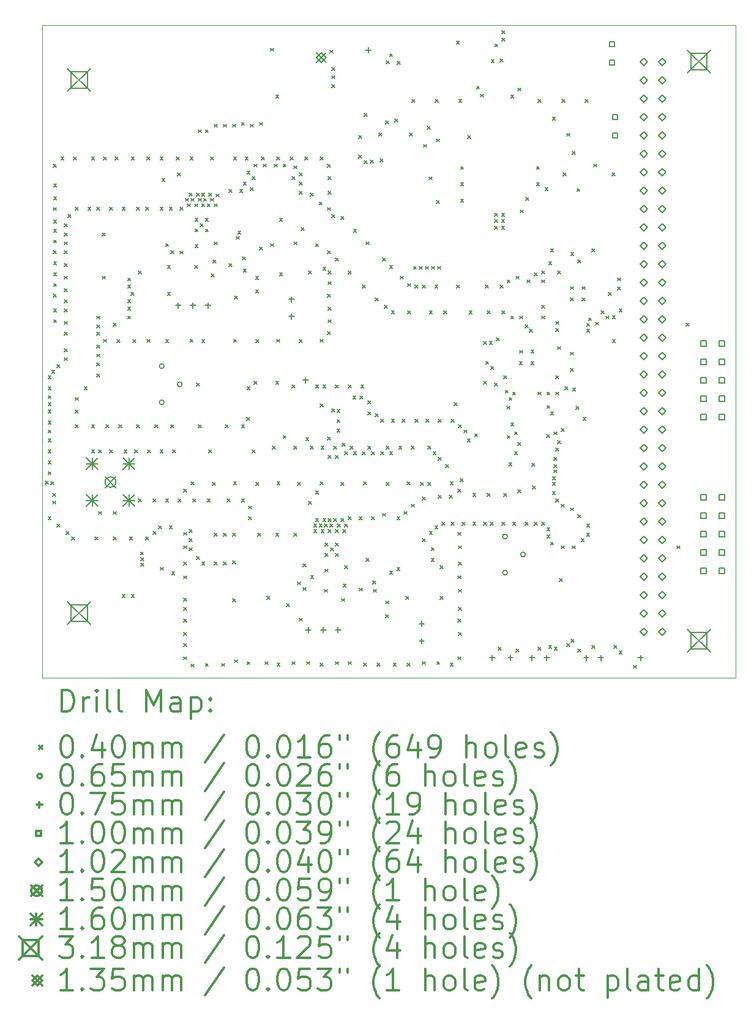
<source format=gbr>
%FSLAX45Y45*%
G04 Gerber Fmt 4.5, Leading zero omitted, Abs format (unit mm)*
G04 Created by KiCad (PCBNEW 4.0.5) date 06/11/18 22:11:35*
%MOMM*%
%LPD*%
G01*
G04 APERTURE LIST*
%ADD10C,0.127000*%
%ADD11C,0.100000*%
%ADD12C,0.200000*%
%ADD13C,0.300000*%
G04 APERTURE END LIST*
D10*
D11*
X20839000Y-14850000D02*
X20839000Y-5833000D01*
X11250000Y-14850000D02*
X11250000Y-5833000D01*
X11250000Y-5833000D02*
X20839000Y-5833000D01*
X11250000Y-14850000D02*
X20839000Y-14850000D01*
D12*
X11291000Y-12135000D02*
X11331000Y-12175000D01*
X11331000Y-12135000D02*
X11291000Y-12175000D01*
X11330000Y-10680000D02*
X11370000Y-10720000D01*
X11370000Y-10680000D02*
X11330000Y-10720000D01*
X11330000Y-10830000D02*
X11370000Y-10870000D01*
X11370000Y-10830000D02*
X11330000Y-10870000D01*
X11330000Y-10955000D02*
X11370000Y-10995000D01*
X11370000Y-10955000D02*
X11330000Y-10995000D01*
X11330000Y-11055000D02*
X11370000Y-11095000D01*
X11370000Y-11055000D02*
X11330000Y-11095000D01*
X11330000Y-11155000D02*
X11370000Y-11195000D01*
X11370000Y-11155000D02*
X11330000Y-11195000D01*
X11330000Y-11305000D02*
X11370000Y-11345000D01*
X11370000Y-11305000D02*
X11330000Y-11345000D01*
X11330000Y-11430000D02*
X11370000Y-11470000D01*
X11370000Y-11430000D02*
X11330000Y-11470000D01*
X11330000Y-11555000D02*
X11370000Y-11595000D01*
X11370000Y-11555000D02*
X11330000Y-11595000D01*
X11330000Y-11705000D02*
X11370000Y-11745000D01*
X11370000Y-11705000D02*
X11330000Y-11745000D01*
X11330000Y-11855000D02*
X11370000Y-11895000D01*
X11370000Y-11855000D02*
X11330000Y-11895000D01*
X11330000Y-12005000D02*
X11370000Y-12045000D01*
X11370000Y-12005000D02*
X11330000Y-12045000D01*
X11330000Y-12630000D02*
X11370000Y-12670000D01*
X11370000Y-12630000D02*
X11330000Y-12670000D01*
X11370465Y-12146000D02*
X11410465Y-12186000D01*
X11410465Y-12146000D02*
X11370465Y-12186000D01*
X11380000Y-10605000D02*
X11420000Y-10645000D01*
X11420000Y-10605000D02*
X11380000Y-10645000D01*
X11391001Y-12305000D02*
X11431001Y-12345000D01*
X11431001Y-12305000D02*
X11391001Y-12345000D01*
X11391001Y-12410721D02*
X11431001Y-12450721D01*
X11431001Y-12410721D02*
X11391001Y-12450721D01*
X11404000Y-7758500D02*
X11444000Y-7798500D01*
X11444000Y-7758500D02*
X11404000Y-7798500D01*
X11404000Y-8356000D02*
X11444000Y-8396000D01*
X11444000Y-8356000D02*
X11404000Y-8396000D01*
X11404000Y-8956000D02*
X11444000Y-8996000D01*
X11444000Y-8956000D02*
X11404000Y-8996000D01*
X11404000Y-9556000D02*
X11444000Y-9596000D01*
X11444000Y-9556000D02*
X11404000Y-9596000D01*
X11405000Y-8030000D02*
X11445000Y-8070000D01*
X11445000Y-8030000D02*
X11405000Y-8070000D01*
X11405000Y-8205000D02*
X11445000Y-8245000D01*
X11445000Y-8205000D02*
X11405000Y-8245000D01*
X11405000Y-8530000D02*
X11445000Y-8570000D01*
X11445000Y-8530000D02*
X11405000Y-8570000D01*
X11405000Y-8655000D02*
X11445000Y-8695000D01*
X11445000Y-8655000D02*
X11405000Y-8695000D01*
X11405000Y-8805000D02*
X11445000Y-8845000D01*
X11445000Y-8805000D02*
X11405000Y-8845000D01*
X11405000Y-9105000D02*
X11445000Y-9145000D01*
X11445000Y-9105000D02*
X11405000Y-9145000D01*
X11405000Y-9255000D02*
X11445000Y-9295000D01*
X11445000Y-9255000D02*
X11405000Y-9295000D01*
X11405000Y-9405000D02*
X11445000Y-9445000D01*
X11445000Y-9405000D02*
X11405000Y-9445000D01*
X11405000Y-9755000D02*
X11445000Y-9795000D01*
X11445000Y-9755000D02*
X11405000Y-9795000D01*
X11405000Y-9905000D02*
X11445000Y-9945000D01*
X11445000Y-9905000D02*
X11405000Y-9945000D01*
X11455000Y-10530000D02*
X11495000Y-10570000D01*
X11495000Y-10530000D02*
X11455000Y-10570000D01*
X11455000Y-12730000D02*
X11495000Y-12770000D01*
X11495000Y-12730000D02*
X11455000Y-12770000D01*
X11506500Y-7656000D02*
X11546500Y-7696000D01*
X11546500Y-7656000D02*
X11506500Y-7696000D01*
X11555000Y-8580000D02*
X11595000Y-8620000D01*
X11595000Y-8580000D02*
X11555000Y-8620000D01*
X11555000Y-8705000D02*
X11595000Y-8745000D01*
X11595000Y-8705000D02*
X11555000Y-8745000D01*
X11555000Y-8830000D02*
X11595000Y-8870000D01*
X11595000Y-8830000D02*
X11555000Y-8870000D01*
X11555000Y-8955000D02*
X11595000Y-8995000D01*
X11595000Y-8955000D02*
X11555000Y-8995000D01*
X11555000Y-9130000D02*
X11595000Y-9170000D01*
X11595000Y-9130000D02*
X11555000Y-9170000D01*
X11555000Y-9305000D02*
X11595000Y-9345000D01*
X11595000Y-9305000D02*
X11555000Y-9345000D01*
X11555000Y-9480000D02*
X11595000Y-9520000D01*
X11595000Y-9480000D02*
X11555000Y-9520000D01*
X11555000Y-9630000D02*
X11595000Y-9670000D01*
X11595000Y-9630000D02*
X11555000Y-9670000D01*
X11555000Y-9755000D02*
X11595000Y-9795000D01*
X11595000Y-9755000D02*
X11555000Y-9795000D01*
X11555000Y-9930000D02*
X11595000Y-9970000D01*
X11595000Y-9930000D02*
X11555000Y-9970000D01*
X11555000Y-10080000D02*
X11595000Y-10120000D01*
X11595000Y-10080000D02*
X11555000Y-10120000D01*
X11555000Y-10305000D02*
X11595000Y-10345000D01*
X11595000Y-10305000D02*
X11555000Y-10345000D01*
X11555000Y-10430000D02*
X11595000Y-10470000D01*
X11595000Y-10430000D02*
X11555000Y-10470000D01*
X11579073Y-12830926D02*
X11619073Y-12870926D01*
X11619073Y-12830926D02*
X11579073Y-12870926D01*
X11605000Y-8455000D02*
X11645000Y-8495000D01*
X11645000Y-8455000D02*
X11605000Y-8495000D01*
X11654073Y-12905926D02*
X11694073Y-12945926D01*
X11694073Y-12905926D02*
X11654073Y-12945926D01*
X11680000Y-7655000D02*
X11720000Y-7695000D01*
X11720000Y-7655000D02*
X11680000Y-7695000D01*
X11705000Y-8355000D02*
X11745000Y-8395000D01*
X11745000Y-8355000D02*
X11705000Y-8395000D01*
X11705000Y-10980000D02*
X11745000Y-11020000D01*
X11745000Y-10980000D02*
X11705000Y-11020000D01*
X11705000Y-11155000D02*
X11745000Y-11195000D01*
X11745000Y-11155000D02*
X11705000Y-11195000D01*
X11705000Y-11355000D02*
X11745000Y-11395000D01*
X11745000Y-11355000D02*
X11705000Y-11395000D01*
X11830000Y-10830000D02*
X11870000Y-10870000D01*
X11870000Y-10830000D02*
X11830000Y-10870000D01*
X11880000Y-8355000D02*
X11920000Y-8395000D01*
X11920000Y-8355000D02*
X11880000Y-8395000D01*
X11930000Y-7655000D02*
X11970000Y-7695000D01*
X11970000Y-7655000D02*
X11930000Y-7695000D01*
X11930000Y-11355000D02*
X11970000Y-11395000D01*
X11970000Y-11355000D02*
X11930000Y-11395000D01*
X11930000Y-11705000D02*
X11970000Y-11745000D01*
X11970000Y-11705000D02*
X11930000Y-11745000D01*
X11980000Y-12905000D02*
X12020000Y-12945000D01*
X12020000Y-12905000D02*
X11980000Y-12945000D01*
X12005000Y-8355000D02*
X12045000Y-8395000D01*
X12045000Y-8355000D02*
X12005000Y-8395000D01*
X12005000Y-9855000D02*
X12045000Y-9895000D01*
X12045000Y-9855000D02*
X12005000Y-9895000D01*
X12005000Y-9980000D02*
X12045000Y-10020000D01*
X12045000Y-9980000D02*
X12005000Y-10020000D01*
X12005000Y-10080000D02*
X12045000Y-10120000D01*
X12045000Y-10080000D02*
X12005000Y-10120000D01*
X12005000Y-10255000D02*
X12045000Y-10295000D01*
X12045000Y-10255000D02*
X12005000Y-10295000D01*
X12005000Y-10380000D02*
X12045000Y-10420000D01*
X12045000Y-10380000D02*
X12005000Y-10420000D01*
X12005000Y-10505000D02*
X12045000Y-10545000D01*
X12045000Y-10505000D02*
X12005000Y-10545000D01*
X12005000Y-10655000D02*
X12045000Y-10695000D01*
X12045000Y-10655000D02*
X12005000Y-10695000D01*
X12030000Y-11705000D02*
X12070000Y-11745000D01*
X12070000Y-11705000D02*
X12030000Y-11745000D01*
X12030000Y-12555000D02*
X12070000Y-12595000D01*
X12070000Y-12555000D02*
X12030000Y-12595000D01*
X12080000Y-8705000D02*
X12120000Y-8745000D01*
X12120000Y-8705000D02*
X12080000Y-8745000D01*
X12080000Y-9305000D02*
X12120000Y-9345000D01*
X12120000Y-9305000D02*
X12080000Y-9345000D01*
X12094000Y-7656000D02*
X12134000Y-7696000D01*
X12134000Y-7656000D02*
X12094000Y-7696000D01*
X12094000Y-10176000D02*
X12134000Y-10216000D01*
X12134000Y-10176000D02*
X12094000Y-10216000D01*
X12130000Y-11355000D02*
X12170000Y-11395000D01*
X12170000Y-11355000D02*
X12130000Y-11395000D01*
X12180000Y-8355000D02*
X12220000Y-8395000D01*
X12220000Y-8355000D02*
X12180000Y-8395000D01*
X12180000Y-11705000D02*
X12220000Y-11745000D01*
X12220000Y-11705000D02*
X12180000Y-11745000D01*
X12230000Y-9955000D02*
X12270000Y-9995000D01*
X12270000Y-9955000D02*
X12230000Y-9995000D01*
X12230000Y-12555000D02*
X12270000Y-12595000D01*
X12270000Y-12555000D02*
X12230000Y-12595000D01*
X12230000Y-12905000D02*
X12270000Y-12945000D01*
X12270000Y-12905000D02*
X12230000Y-12945000D01*
X12255000Y-7655000D02*
X12295000Y-7695000D01*
X12295000Y-7655000D02*
X12255000Y-7695000D01*
X12280000Y-10180000D02*
X12320000Y-10220000D01*
X12320000Y-10180000D02*
X12280000Y-10220000D01*
X12305000Y-11355000D02*
X12345000Y-11395000D01*
X12345000Y-11355000D02*
X12305000Y-11395000D01*
X12355000Y-8355000D02*
X12395000Y-8395000D01*
X12395000Y-8355000D02*
X12355000Y-8395000D01*
X12355000Y-13705000D02*
X12395000Y-13745000D01*
X12395000Y-13705000D02*
X12355000Y-13745000D01*
X12380000Y-11705000D02*
X12420000Y-11745000D01*
X12420000Y-11705000D02*
X12380000Y-11745000D01*
X12430000Y-9330000D02*
X12470000Y-9370000D01*
X12470000Y-9330000D02*
X12430000Y-9370000D01*
X12430000Y-9430000D02*
X12470000Y-9470000D01*
X12470000Y-9430000D02*
X12430000Y-9470000D01*
X12430000Y-9630000D02*
X12470000Y-9670000D01*
X12470000Y-9630000D02*
X12430000Y-9670000D01*
X12430000Y-9730000D02*
X12470000Y-9770000D01*
X12470000Y-9730000D02*
X12430000Y-9770000D01*
X12430000Y-9855000D02*
X12470000Y-9895000D01*
X12470000Y-9855000D02*
X12430000Y-9895000D01*
X12455000Y-12905000D02*
X12495000Y-12945000D01*
X12495000Y-12905000D02*
X12455000Y-12945000D01*
X12478500Y-9528500D02*
X12518500Y-9568500D01*
X12518500Y-9528500D02*
X12478500Y-9568500D01*
X12480000Y-7655000D02*
X12520000Y-7695000D01*
X12520000Y-7655000D02*
X12480000Y-7695000D01*
X12480000Y-13705000D02*
X12520000Y-13745000D01*
X12520000Y-13705000D02*
X12480000Y-13745000D01*
X12505000Y-10180000D02*
X12545000Y-10220000D01*
X12545000Y-10180000D02*
X12505000Y-10220000D01*
X12530000Y-11705000D02*
X12570000Y-11745000D01*
X12570000Y-11705000D02*
X12530000Y-11745000D01*
X12555000Y-8355000D02*
X12595000Y-8395000D01*
X12595000Y-8355000D02*
X12555000Y-8395000D01*
X12555000Y-11355000D02*
X12595000Y-11395000D01*
X12595000Y-11355000D02*
X12555000Y-11395000D01*
X12580000Y-9230000D02*
X12620000Y-9270000D01*
X12620000Y-9230000D02*
X12580000Y-9270000D01*
X12580000Y-12380000D02*
X12620000Y-12420000D01*
X12620000Y-12380000D02*
X12580000Y-12420000D01*
X12608591Y-13114012D02*
X12648591Y-13154012D01*
X12648591Y-13114012D02*
X12608591Y-13154012D01*
X12609438Y-13273998D02*
X12649438Y-13313998D01*
X12649438Y-13273998D02*
X12609438Y-13313998D01*
X12610000Y-13194000D02*
X12650000Y-13234000D01*
X12650000Y-13194000D02*
X12610000Y-13234000D01*
X12680000Y-8355000D02*
X12720000Y-8395000D01*
X12720000Y-8355000D02*
X12680000Y-8395000D01*
X12680000Y-12905000D02*
X12720000Y-12945000D01*
X12720000Y-12905000D02*
X12680000Y-12945000D01*
X12694000Y-7656000D02*
X12734000Y-7696000D01*
X12734000Y-7656000D02*
X12694000Y-7696000D01*
X12694000Y-10176000D02*
X12734000Y-10216000D01*
X12734000Y-10176000D02*
X12694000Y-10216000D01*
X12705000Y-11705000D02*
X12745000Y-11745000D01*
X12745000Y-11705000D02*
X12705000Y-11745000D01*
X12780000Y-12380000D02*
X12820000Y-12420000D01*
X12820000Y-12380000D02*
X12780000Y-12420000D01*
X12780000Y-12830000D02*
X12820000Y-12870000D01*
X12820000Y-12830000D02*
X12780000Y-12870000D01*
X12805000Y-11355000D02*
X12845000Y-11395000D01*
X12845000Y-11355000D02*
X12805000Y-11395000D01*
X12855000Y-12755000D02*
X12895000Y-12795000D01*
X12895000Y-12755000D02*
X12855000Y-12795000D01*
X12880000Y-7655000D02*
X12920000Y-7695000D01*
X12920000Y-7655000D02*
X12880000Y-7695000D01*
X12880000Y-8355000D02*
X12920000Y-8395000D01*
X12920000Y-8355000D02*
X12880000Y-8395000D01*
X12880000Y-11705000D02*
X12920000Y-11745000D01*
X12920000Y-11705000D02*
X12880000Y-11745000D01*
X12886000Y-13325000D02*
X12926000Y-13365000D01*
X12926000Y-13325000D02*
X12886000Y-13365000D01*
X12904000Y-7952000D02*
X12944000Y-7992000D01*
X12944000Y-7952000D02*
X12904000Y-7992000D01*
X12955000Y-8855000D02*
X12995000Y-8895000D01*
X12995000Y-8855000D02*
X12955000Y-8895000D01*
X12955000Y-10180000D02*
X12995000Y-10220000D01*
X12995000Y-10180000D02*
X12955000Y-10220000D01*
X12955000Y-12380000D02*
X12995000Y-12420000D01*
X12995000Y-12380000D02*
X12955000Y-12420000D01*
X12980000Y-9155000D02*
X13020000Y-9195000D01*
X13020000Y-9155000D02*
X12980000Y-9195000D01*
X12980000Y-9530000D02*
X13020000Y-9570000D01*
X13020000Y-9530000D02*
X12980000Y-9570000D01*
X13005000Y-8355000D02*
X13045000Y-8395000D01*
X13045000Y-8355000D02*
X13005000Y-8395000D01*
X13005000Y-12755000D02*
X13045000Y-12795000D01*
X13045000Y-12755000D02*
X13005000Y-12795000D01*
X13030000Y-8955000D02*
X13070000Y-8995000D01*
X13070000Y-8955000D02*
X13030000Y-8995000D01*
X13030000Y-11355000D02*
X13070000Y-11395000D01*
X13070000Y-11355000D02*
X13030000Y-11395000D01*
X13039000Y-13389000D02*
X13079000Y-13429000D01*
X13079000Y-13389000D02*
X13039000Y-13429000D01*
X13055000Y-11705000D02*
X13095000Y-11745000D01*
X13095000Y-11705000D02*
X13055000Y-11745000D01*
X13105000Y-7655000D02*
X13145000Y-7695000D01*
X13145000Y-7655000D02*
X13105000Y-7695000D01*
X13118000Y-7880000D02*
X13158000Y-7920000D01*
X13158000Y-7880000D02*
X13118000Y-7920000D01*
X13130000Y-12380000D02*
X13170000Y-12420000D01*
X13170000Y-12380000D02*
X13130000Y-12420000D01*
X13152000Y-8958000D02*
X13192000Y-8998000D01*
X13192000Y-8958000D02*
X13152000Y-8998000D01*
X13155000Y-8355000D02*
X13195000Y-8395000D01*
X13195000Y-8355000D02*
X13155000Y-8395000D01*
X13205000Y-12247000D02*
X13245000Y-12287000D01*
X13245000Y-12247000D02*
X13205000Y-12287000D01*
X13205000Y-12844500D02*
X13245000Y-12884500D01*
X13245000Y-12844500D02*
X13205000Y-12884500D01*
X13205000Y-13030000D02*
X13245000Y-13070000D01*
X13245000Y-13030000D02*
X13205000Y-13070000D01*
X13205000Y-13255000D02*
X13245000Y-13295000D01*
X13245000Y-13255000D02*
X13205000Y-13295000D01*
X13205000Y-13444500D02*
X13245000Y-13484500D01*
X13245000Y-13444500D02*
X13205000Y-13484500D01*
X13205000Y-13755000D02*
X13245000Y-13795000D01*
X13245000Y-13755000D02*
X13205000Y-13795000D01*
X13205000Y-13880000D02*
X13245000Y-13920000D01*
X13245000Y-13880000D02*
X13205000Y-13920000D01*
X13205000Y-14044500D02*
X13245000Y-14084500D01*
X13245000Y-14044500D02*
X13205000Y-14084500D01*
X13205000Y-14230000D02*
X13245000Y-14270000D01*
X13245000Y-14230000D02*
X13205000Y-14270000D01*
X13205000Y-14380000D02*
X13245000Y-14420000D01*
X13245000Y-14380000D02*
X13205000Y-14420000D01*
X13205000Y-14562000D02*
X13245000Y-14602000D01*
X13245000Y-14562000D02*
X13205000Y-14602000D01*
X13230000Y-8230000D02*
X13270000Y-8270000D01*
X13270000Y-8230000D02*
X13230000Y-8270000D01*
X13255000Y-8305000D02*
X13295000Y-8345000D01*
X13295000Y-8305000D02*
X13255000Y-8345000D01*
X13280000Y-8155000D02*
X13320000Y-8195000D01*
X13320000Y-8155000D02*
X13280000Y-8195000D01*
X13280000Y-12805000D02*
X13320000Y-12845000D01*
X13320000Y-12805000D02*
X13280000Y-12845000D01*
X13280000Y-12930000D02*
X13320000Y-12970000D01*
X13320000Y-12930000D02*
X13280000Y-12970000D01*
X13280000Y-13055000D02*
X13320000Y-13095000D01*
X13320000Y-13055000D02*
X13280000Y-13095000D01*
X13294000Y-7656000D02*
X13334000Y-7696000D01*
X13334000Y-7656000D02*
X13294000Y-7696000D01*
X13294000Y-10176000D02*
X13334000Y-10216000D01*
X13334000Y-10176000D02*
X13294000Y-10216000D01*
X13305000Y-8230000D02*
X13345000Y-8270000D01*
X13345000Y-8230000D02*
X13305000Y-8270000D01*
X13307500Y-12144500D02*
X13347500Y-12184500D01*
X13347500Y-12144500D02*
X13307500Y-12184500D01*
X13307500Y-14664500D02*
X13347500Y-14704500D01*
X13347500Y-14664500D02*
X13307500Y-14704500D01*
X13330000Y-12380000D02*
X13370000Y-12420000D01*
X13370000Y-12380000D02*
X13330000Y-12420000D01*
X13355000Y-8305000D02*
X13395000Y-8345000D01*
X13395000Y-8305000D02*
X13355000Y-8345000D01*
X13355000Y-9155000D02*
X13395000Y-9195000D01*
X13395000Y-9155000D02*
X13355000Y-9195000D01*
X13360500Y-8506500D02*
X13400500Y-8546500D01*
X13400500Y-8506500D02*
X13360500Y-8546500D01*
X13360500Y-8651500D02*
X13400500Y-8691500D01*
X13400500Y-8651500D02*
X13360500Y-8691500D01*
X13362000Y-8868000D02*
X13402000Y-8908000D01*
X13402000Y-8868000D02*
X13362000Y-8908000D01*
X13380000Y-8155000D02*
X13420000Y-8195000D01*
X13420000Y-8155000D02*
X13380000Y-8195000D01*
X13380000Y-10780000D02*
X13420000Y-10820000D01*
X13420000Y-10780000D02*
X13380000Y-10820000D01*
X13380000Y-13180000D02*
X13420000Y-13220000D01*
X13420000Y-13180000D02*
X13380000Y-13220000D01*
X13405000Y-7280000D02*
X13445000Y-7320000D01*
X13445000Y-7280000D02*
X13405000Y-7320000D01*
X13405000Y-8230000D02*
X13445000Y-8270000D01*
X13445000Y-8230000D02*
X13405000Y-8270000D01*
X13405000Y-11355000D02*
X13445000Y-11395000D01*
X13445000Y-11355000D02*
X13405000Y-11395000D01*
X13433000Y-8579000D02*
X13473000Y-8619000D01*
X13473000Y-8579000D02*
X13433000Y-8619000D01*
X13455000Y-8155000D02*
X13495000Y-8195000D01*
X13495000Y-8155000D02*
X13455000Y-8195000D01*
X13455000Y-8305000D02*
X13495000Y-8345000D01*
X13495000Y-8305000D02*
X13455000Y-8345000D01*
X13455000Y-10180000D02*
X13495000Y-10220000D01*
X13495000Y-10180000D02*
X13455000Y-10220000D01*
X13455000Y-13255000D02*
X13495000Y-13295000D01*
X13495000Y-13255000D02*
X13455000Y-13295000D01*
X13480000Y-8230000D02*
X13520000Y-8270000D01*
X13520000Y-8230000D02*
X13480000Y-8270000D01*
X13505000Y-7280000D02*
X13545000Y-7320000D01*
X13545000Y-7280000D02*
X13505000Y-7320000D01*
X13505000Y-14655000D02*
X13545000Y-14695000D01*
X13545000Y-14655000D02*
X13505000Y-14695000D01*
X13505500Y-8506500D02*
X13545500Y-8546500D01*
X13545500Y-8506500D02*
X13505500Y-8546500D01*
X13505500Y-8651500D02*
X13545500Y-8691500D01*
X13545500Y-8651500D02*
X13505500Y-8691500D01*
X13530000Y-8305000D02*
X13570000Y-8345000D01*
X13570000Y-8305000D02*
X13530000Y-8345000D01*
X13530000Y-12380000D02*
X13570000Y-12420000D01*
X13570000Y-12380000D02*
X13530000Y-12420000D01*
X13554644Y-8155355D02*
X13594644Y-8195355D01*
X13594644Y-8155355D02*
X13554644Y-8195355D01*
X13555000Y-11705000D02*
X13595000Y-11745000D01*
X13595000Y-11705000D02*
X13555000Y-11745000D01*
X13580000Y-7655000D02*
X13620000Y-7695000D01*
X13620000Y-7655000D02*
X13580000Y-7695000D01*
X13580000Y-8230000D02*
X13620000Y-8270000D01*
X13620000Y-8230000D02*
X13580000Y-8270000D01*
X13587000Y-9275000D02*
X13627000Y-9315000D01*
X13627000Y-9275000D02*
X13587000Y-9315000D01*
X13605000Y-12155000D02*
X13645000Y-12195000D01*
X13645000Y-12155000D02*
X13605000Y-12195000D01*
X13610000Y-9078000D02*
X13650000Y-9118000D01*
X13650000Y-9078000D02*
X13610000Y-9118000D01*
X13630000Y-7205000D02*
X13670000Y-7245000D01*
X13670000Y-7205000D02*
X13630000Y-7245000D01*
X13630000Y-8305000D02*
X13670000Y-8345000D01*
X13670000Y-8305000D02*
X13630000Y-8345000D01*
X13630000Y-8830000D02*
X13670000Y-8870000D01*
X13670000Y-8830000D02*
X13630000Y-8870000D01*
X13630000Y-12855000D02*
X13670000Y-12895000D01*
X13670000Y-12855000D02*
X13630000Y-12895000D01*
X13630000Y-13255000D02*
X13670000Y-13295000D01*
X13670000Y-13255000D02*
X13630000Y-13295000D01*
X13655000Y-8170000D02*
X13695000Y-8210000D01*
X13695000Y-8170000D02*
X13655000Y-8210000D01*
X13730000Y-14655000D02*
X13770000Y-14695000D01*
X13770000Y-14655000D02*
X13730000Y-14695000D01*
X13755000Y-7205000D02*
X13795000Y-7245000D01*
X13795000Y-7205000D02*
X13755000Y-7245000D01*
X13755000Y-12855000D02*
X13795000Y-12895000D01*
X13795000Y-12855000D02*
X13755000Y-12895000D01*
X13755000Y-13255000D02*
X13795000Y-13295000D01*
X13795000Y-13255000D02*
X13755000Y-13295000D01*
X13780000Y-11355000D02*
X13820000Y-11395000D01*
X13820000Y-11355000D02*
X13780000Y-11395000D01*
X13805000Y-12380000D02*
X13845000Y-12420000D01*
X13845000Y-12380000D02*
X13805000Y-12420000D01*
X13830000Y-8105000D02*
X13870000Y-8145000D01*
X13870000Y-8105000D02*
X13830000Y-8145000D01*
X13833000Y-9132000D02*
X13873000Y-9172000D01*
X13873000Y-9132000D02*
X13833000Y-9172000D01*
X13880000Y-7205000D02*
X13920000Y-7245000D01*
X13920000Y-7205000D02*
X13880000Y-7245000D01*
X13880000Y-12855000D02*
X13920000Y-12895000D01*
X13920000Y-12855000D02*
X13880000Y-12895000D01*
X13880000Y-13236000D02*
X13920000Y-13276000D01*
X13920000Y-13236000D02*
X13880000Y-13276000D01*
X13880000Y-13764000D02*
X13920000Y-13804000D01*
X13920000Y-13764000D02*
X13880000Y-13804000D01*
X13894000Y-7656000D02*
X13934000Y-7696000D01*
X13934000Y-7656000D02*
X13894000Y-7696000D01*
X13894000Y-10176000D02*
X13934000Y-10216000D01*
X13934000Y-10176000D02*
X13894000Y-10216000D01*
X13895000Y-12144500D02*
X13935000Y-12184500D01*
X13935000Y-12144500D02*
X13895000Y-12184500D01*
X13905000Y-9580000D02*
X13945000Y-9620000D01*
X13945000Y-9580000D02*
X13905000Y-9620000D01*
X13905000Y-14605000D02*
X13945000Y-14645000D01*
X13945000Y-14605000D02*
X13905000Y-14645000D01*
X13930000Y-8755000D02*
X13970000Y-8795000D01*
X13970000Y-8755000D02*
X13930000Y-8795000D01*
X13955000Y-8680000D02*
X13995000Y-8720000D01*
X13995000Y-8680000D02*
X13955000Y-8720000D01*
X13980000Y-8105000D02*
X14020000Y-8145000D01*
X14020000Y-8105000D02*
X13980000Y-8145000D01*
X14005000Y-7180000D02*
X14045000Y-7220000D01*
X14045000Y-7180000D02*
X14005000Y-7220000D01*
X14005000Y-11355000D02*
X14045000Y-11395000D01*
X14045000Y-11355000D02*
X14005000Y-11395000D01*
X14005000Y-12380000D02*
X14045000Y-12420000D01*
X14045000Y-12380000D02*
X14005000Y-12420000D01*
X14020000Y-9035000D02*
X14060000Y-9075000D01*
X14060000Y-9035000D02*
X14020000Y-9075000D01*
X14030000Y-8005000D02*
X14070000Y-8045000D01*
X14070000Y-8005000D02*
X14030000Y-8045000D01*
X14030000Y-9205000D02*
X14070000Y-9245000D01*
X14070000Y-9205000D02*
X14030000Y-9245000D01*
X14055000Y-7655000D02*
X14095000Y-7695000D01*
X14095000Y-7655000D02*
X14055000Y-7695000D01*
X14078337Y-11256663D02*
X14118337Y-11296663D01*
X14118337Y-11256663D02*
X14078337Y-11296663D01*
X14080000Y-7855000D02*
X14120000Y-7895000D01*
X14120000Y-7855000D02*
X14080000Y-7895000D01*
X14080000Y-10830000D02*
X14120000Y-10870000D01*
X14120000Y-10830000D02*
X14080000Y-10870000D01*
X14080000Y-14630000D02*
X14120000Y-14670000D01*
X14120000Y-14630000D02*
X14080000Y-14670000D01*
X14105000Y-12480000D02*
X14145000Y-12520000D01*
X14145000Y-12480000D02*
X14105000Y-12520000D01*
X14105000Y-12630000D02*
X14145000Y-12670000D01*
X14145000Y-12630000D02*
X14105000Y-12670000D01*
X14130000Y-7205000D02*
X14170000Y-7245000D01*
X14170000Y-7205000D02*
X14130000Y-7245000D01*
X14130000Y-8080000D02*
X14170000Y-8120000D01*
X14170000Y-8080000D02*
X14130000Y-8120000D01*
X14155000Y-7930000D02*
X14195000Y-7970000D01*
X14195000Y-7930000D02*
X14155000Y-7970000D01*
X14155000Y-11705000D02*
X14195000Y-11745000D01*
X14195000Y-11705000D02*
X14155000Y-11745000D01*
X14180000Y-7755000D02*
X14220000Y-7795000D01*
X14220000Y-7755000D02*
X14180000Y-7795000D01*
X14180000Y-10755000D02*
X14220000Y-10795000D01*
X14220000Y-10755000D02*
X14180000Y-10795000D01*
X14200000Y-9308000D02*
X14240000Y-9348000D01*
X14240000Y-9308000D02*
X14200000Y-9348000D01*
X14200000Y-9498000D02*
X14240000Y-9538000D01*
X14240000Y-9498000D02*
X14200000Y-9538000D01*
X14205000Y-10180000D02*
X14245000Y-10220000D01*
X14245000Y-10180000D02*
X14205000Y-10220000D01*
X14205000Y-12155000D02*
X14245000Y-12195000D01*
X14245000Y-12155000D02*
X14205000Y-12195000D01*
X14230000Y-12855000D02*
X14270000Y-12895000D01*
X14270000Y-12855000D02*
X14230000Y-12895000D01*
X14255000Y-7180000D02*
X14295000Y-7220000D01*
X14295000Y-7180000D02*
X14255000Y-7220000D01*
X14255000Y-8905000D02*
X14295000Y-8945000D01*
X14295000Y-8905000D02*
X14255000Y-8945000D01*
X14280000Y-7655000D02*
X14320000Y-7695000D01*
X14320000Y-7655000D02*
X14280000Y-7695000D01*
X14305000Y-7755000D02*
X14345000Y-7795000D01*
X14345000Y-7755000D02*
X14305000Y-7795000D01*
X14330000Y-14630000D02*
X14370000Y-14670000D01*
X14370000Y-14630000D02*
X14330000Y-14670000D01*
X14355000Y-13730000D02*
X14395000Y-13770000D01*
X14395000Y-13730000D02*
X14355000Y-13770000D01*
X14405000Y-6155000D02*
X14445000Y-6195000D01*
X14445000Y-6155000D02*
X14405000Y-6195000D01*
X14405000Y-8855000D02*
X14445000Y-8895000D01*
X14445000Y-8855000D02*
X14405000Y-8895000D01*
X14430000Y-11655000D02*
X14470000Y-11695000D01*
X14470000Y-11655000D02*
X14430000Y-11695000D01*
X14455000Y-7755000D02*
X14495000Y-7795000D01*
X14495000Y-7755000D02*
X14455000Y-7795000D01*
X14480000Y-6805000D02*
X14520000Y-6845000D01*
X14520000Y-6805000D02*
X14480000Y-6845000D01*
X14480000Y-10755000D02*
X14520000Y-10795000D01*
X14520000Y-10755000D02*
X14480000Y-10795000D01*
X14480000Y-12855000D02*
X14520000Y-12895000D01*
X14520000Y-12855000D02*
X14480000Y-12895000D01*
X14494000Y-7656000D02*
X14534000Y-7696000D01*
X14534000Y-7656000D02*
X14494000Y-7696000D01*
X14494000Y-10176000D02*
X14534000Y-10216000D01*
X14534000Y-10176000D02*
X14494000Y-10216000D01*
X14495000Y-12144500D02*
X14535000Y-12184500D01*
X14535000Y-12144500D02*
X14495000Y-12184500D01*
X14495000Y-14649139D02*
X14535000Y-14689139D01*
X14535000Y-14649139D02*
X14495000Y-14689139D01*
X14530000Y-8505000D02*
X14570000Y-8545000D01*
X14570000Y-8505000D02*
X14530000Y-8545000D01*
X14530000Y-9255000D02*
X14570000Y-9295000D01*
X14570000Y-9255000D02*
X14530000Y-9295000D01*
X14580000Y-7755000D02*
X14620000Y-7795000D01*
X14620000Y-7755000D02*
X14580000Y-7795000D01*
X14580000Y-11505000D02*
X14620000Y-11545000D01*
X14620000Y-11505000D02*
X14580000Y-11545000D01*
X14630000Y-13830000D02*
X14670000Y-13870000D01*
X14670000Y-13830000D02*
X14630000Y-13870000D01*
X14680000Y-7655000D02*
X14720000Y-7695000D01*
X14720000Y-7655000D02*
X14680000Y-7695000D01*
X14705000Y-7930000D02*
X14745000Y-7970000D01*
X14745000Y-7930000D02*
X14705000Y-7970000D01*
X14705000Y-10805000D02*
X14745000Y-10845000D01*
X14745000Y-10805000D02*
X14705000Y-10845000D01*
X14705000Y-14630000D02*
X14745000Y-14670000D01*
X14745000Y-14630000D02*
X14705000Y-14670000D01*
X14730000Y-7780000D02*
X14770000Y-7820000D01*
X14770000Y-7780000D02*
X14730000Y-7820000D01*
X14730000Y-8830000D02*
X14770000Y-8870000D01*
X14770000Y-8830000D02*
X14730000Y-8870000D01*
X14730000Y-11655000D02*
X14770000Y-11695000D01*
X14770000Y-11655000D02*
X14730000Y-11695000D01*
X14730000Y-12855000D02*
X14770000Y-12895000D01*
X14770000Y-12855000D02*
X14730000Y-12895000D01*
X14780000Y-12155000D02*
X14820000Y-12195000D01*
X14820000Y-12155000D02*
X14780000Y-12195000D01*
X14780000Y-13530000D02*
X14820000Y-13570000D01*
X14820000Y-13530000D02*
X14780000Y-13570000D01*
X14805000Y-7880000D02*
X14845000Y-7920000D01*
X14845000Y-7880000D02*
X14805000Y-7920000D01*
X14805000Y-8005000D02*
X14845000Y-8045000D01*
X14845000Y-8005000D02*
X14805000Y-8045000D01*
X14805000Y-8130000D02*
X14845000Y-8170000D01*
X14845000Y-8130000D02*
X14805000Y-8170000D01*
X14805000Y-10180000D02*
X14845000Y-10220000D01*
X14845000Y-10180000D02*
X14805000Y-10220000D01*
X14805000Y-14030000D02*
X14845000Y-14070000D01*
X14845000Y-14030000D02*
X14805000Y-14070000D01*
X14830000Y-8630000D02*
X14870000Y-8670000D01*
X14870000Y-8630000D02*
X14830000Y-8670000D01*
X14855000Y-13280000D02*
X14895000Y-13320000D01*
X14895000Y-13280000D02*
X14855000Y-13320000D01*
X14855000Y-13605000D02*
X14895000Y-13645000D01*
X14895000Y-13605000D02*
X14855000Y-13645000D01*
X14880000Y-7655000D02*
X14920000Y-7695000D01*
X14920000Y-7655000D02*
X14880000Y-7695000D01*
X14895000Y-11538000D02*
X14935000Y-11578000D01*
X14935000Y-11538000D02*
X14895000Y-11578000D01*
X14905000Y-14630000D02*
X14945000Y-14670000D01*
X14945000Y-14630000D02*
X14905000Y-14670000D01*
X14930000Y-9230000D02*
X14970000Y-9270000D01*
X14970000Y-9230000D02*
X14930000Y-9270000D01*
X14931000Y-12413000D02*
X14971000Y-12453000D01*
X14971000Y-12413000D02*
X14931000Y-12453000D01*
X14955000Y-8155000D02*
X14995000Y-8195000D01*
X14995000Y-8155000D02*
X14955000Y-8195000D01*
X14955000Y-11655000D02*
X14995000Y-11695000D01*
X14995000Y-11655000D02*
X14955000Y-11695000D01*
X14962000Y-13441000D02*
X15002000Y-13481000D01*
X15002000Y-13441000D02*
X14962000Y-13481000D01*
X15005000Y-12730000D02*
X15045000Y-12770000D01*
X15045000Y-12730000D02*
X15005000Y-12770000D01*
X15005000Y-12805000D02*
X15045000Y-12845000D01*
X15045000Y-12805000D02*
X15005000Y-12845000D01*
X15029784Y-12654784D02*
X15069784Y-12694784D01*
X15069784Y-12654784D02*
X15029784Y-12694784D01*
X15030000Y-8855000D02*
X15070000Y-8895000D01*
X15070000Y-8855000D02*
X15030000Y-8895000D01*
X15030000Y-10805000D02*
X15070000Y-10845000D01*
X15070000Y-10805000D02*
X15030000Y-10845000D01*
X15030000Y-12269000D02*
X15070000Y-12309000D01*
X15070000Y-12269000D02*
X15030000Y-12309000D01*
X15080000Y-8280000D02*
X15120000Y-8320000D01*
X15120000Y-8280000D02*
X15080000Y-8320000D01*
X15080000Y-12730000D02*
X15120000Y-12770000D01*
X15120000Y-12730000D02*
X15080000Y-12770000D01*
X15091500Y-7656000D02*
X15131500Y-7696000D01*
X15131500Y-7656000D02*
X15091500Y-7696000D01*
X15091500Y-10176000D02*
X15131500Y-10216000D01*
X15131500Y-10176000D02*
X15091500Y-10216000D01*
X15095000Y-11068000D02*
X15135000Y-11108000D01*
X15135000Y-11068000D02*
X15095000Y-11108000D01*
X15095000Y-12144500D02*
X15135000Y-12184500D01*
X15135000Y-12144500D02*
X15095000Y-12184500D01*
X15095000Y-14649139D02*
X15135000Y-14689139D01*
X15135000Y-14649139D02*
X15095000Y-14689139D01*
X15105000Y-11655000D02*
X15145000Y-11695000D01*
X15145000Y-11655000D02*
X15105000Y-11695000D01*
X15105000Y-12805000D02*
X15145000Y-12845000D01*
X15145000Y-12805000D02*
X15105000Y-12845000D01*
X15130000Y-9180000D02*
X15170000Y-9220000D01*
X15170000Y-9180000D02*
X15130000Y-9220000D01*
X15130000Y-10805000D02*
X15170000Y-10845000D01*
X15170000Y-10805000D02*
X15130000Y-10845000D01*
X15130000Y-12655000D02*
X15170000Y-12695000D01*
X15170000Y-12655000D02*
X15130000Y-12695000D01*
X15155000Y-12730000D02*
X15195000Y-12770000D01*
X15195000Y-12730000D02*
X15155000Y-12770000D01*
X15155000Y-13630000D02*
X15195000Y-13670000D01*
X15195000Y-13630000D02*
X15155000Y-13670000D01*
X15158000Y-13351000D02*
X15198000Y-13391000D01*
X15198000Y-13351000D02*
X15158000Y-13391000D01*
X15161500Y-12989500D02*
X15201500Y-13029500D01*
X15201500Y-12989500D02*
X15161500Y-13029500D01*
X15161500Y-13134500D02*
X15201500Y-13174500D01*
X15201500Y-13134500D02*
X15161500Y-13174500D01*
X15194000Y-7758500D02*
X15234000Y-7798500D01*
X15234000Y-7758500D02*
X15194000Y-7798500D01*
X15194000Y-8356000D02*
X15234000Y-8396000D01*
X15234000Y-8356000D02*
X15194000Y-8396000D01*
X15194000Y-8956000D02*
X15234000Y-8996000D01*
X15234000Y-8956000D02*
X15194000Y-8996000D01*
X15194000Y-9556000D02*
X15234000Y-9596000D01*
X15234000Y-9556000D02*
X15194000Y-9596000D01*
X15194000Y-10073500D02*
X15234000Y-10113500D01*
X15234000Y-10073500D02*
X15194000Y-10113500D01*
X15195000Y-11528000D02*
X15235000Y-11568000D01*
X15235000Y-11528000D02*
X15195000Y-11568000D01*
X15205000Y-7930000D02*
X15245000Y-7970000D01*
X15245000Y-7930000D02*
X15205000Y-7970000D01*
X15205000Y-8130000D02*
X15245000Y-8170000D01*
X15245000Y-8130000D02*
X15205000Y-8170000D01*
X15205000Y-9230000D02*
X15245000Y-9270000D01*
X15245000Y-9230000D02*
X15205000Y-9270000D01*
X15205000Y-9380000D02*
X15245000Y-9420000D01*
X15245000Y-9380000D02*
X15205000Y-9420000D01*
X15205000Y-9730000D02*
X15245000Y-9770000D01*
X15245000Y-9730000D02*
X15205000Y-9770000D01*
X15205000Y-9904600D02*
X15245000Y-9944600D01*
X15245000Y-9904600D02*
X15205000Y-9944600D01*
X15205000Y-11780000D02*
X15245000Y-11820000D01*
X15245000Y-11780000D02*
X15205000Y-11820000D01*
X15205000Y-12655000D02*
X15245000Y-12695000D01*
X15245000Y-12655000D02*
X15205000Y-12695000D01*
X15205000Y-12805000D02*
X15245000Y-12845000D01*
X15245000Y-12805000D02*
X15205000Y-12845000D01*
X15230000Y-6180000D02*
X15270000Y-6220000D01*
X15270000Y-6180000D02*
X15230000Y-6220000D01*
X15230000Y-12730000D02*
X15270000Y-12770000D01*
X15270000Y-12730000D02*
X15230000Y-12770000D01*
X15234000Y-13062000D02*
X15274000Y-13102000D01*
X15274000Y-13062000D02*
X15234000Y-13102000D01*
X15252000Y-6420000D02*
X15292000Y-6460000D01*
X15292000Y-6420000D02*
X15252000Y-6460000D01*
X15252000Y-6536000D02*
X15292000Y-6576000D01*
X15292000Y-6536000D02*
X15252000Y-6576000D01*
X15252000Y-6661000D02*
X15292000Y-6701000D01*
X15292000Y-6661000D02*
X15252000Y-6701000D01*
X15255000Y-8455000D02*
X15295000Y-8495000D01*
X15295000Y-8455000D02*
X15255000Y-8495000D01*
X15255000Y-11138000D02*
X15295000Y-11178000D01*
X15295000Y-11138000D02*
X15255000Y-11178000D01*
X15280000Y-11655000D02*
X15320000Y-11695000D01*
X15320000Y-11655000D02*
X15280000Y-11695000D01*
X15280000Y-12655000D02*
X15320000Y-12695000D01*
X15320000Y-12655000D02*
X15280000Y-12695000D01*
X15305000Y-9055000D02*
X15345000Y-9095000D01*
X15345000Y-9055000D02*
X15305000Y-9095000D01*
X15305000Y-10805000D02*
X15345000Y-10845000D01*
X15345000Y-10805000D02*
X15305000Y-10845000D01*
X15305000Y-11780000D02*
X15345000Y-11820000D01*
X15345000Y-11780000D02*
X15305000Y-11820000D01*
X15305000Y-12805000D02*
X15345000Y-12845000D01*
X15345000Y-12805000D02*
X15305000Y-12845000D01*
X15305000Y-14630000D02*
X15345000Y-14670000D01*
X15345000Y-14630000D02*
X15305000Y-14670000D01*
X15306500Y-12989500D02*
X15346500Y-13029500D01*
X15346500Y-12989500D02*
X15306500Y-13029500D01*
X15306500Y-13134500D02*
X15346500Y-13174500D01*
X15346500Y-13134500D02*
X15306500Y-13174500D01*
X15325000Y-11148000D02*
X15365000Y-11188000D01*
X15365000Y-11148000D02*
X15325000Y-11188000D01*
X15325000Y-11286000D02*
X15365000Y-11326000D01*
X15365000Y-11286000D02*
X15325000Y-11326000D01*
X15325000Y-11418000D02*
X15365000Y-11458000D01*
X15365000Y-11418000D02*
X15325000Y-11458000D01*
X15330000Y-12730000D02*
X15370000Y-12770000D01*
X15370000Y-12730000D02*
X15330000Y-12770000D01*
X15379000Y-12155000D02*
X15419000Y-12195000D01*
X15419000Y-12155000D02*
X15379000Y-12195000D01*
X15380000Y-8480000D02*
X15420000Y-8520000D01*
X15420000Y-8480000D02*
X15380000Y-8520000D01*
X15380000Y-12655000D02*
X15420000Y-12695000D01*
X15420000Y-12655000D02*
X15380000Y-12695000D01*
X15388000Y-13758000D02*
X15428000Y-13798000D01*
X15428000Y-13758000D02*
X15388000Y-13798000D01*
X15397000Y-11610000D02*
X15437000Y-11650000D01*
X15437000Y-11610000D02*
X15397000Y-11650000D01*
X15405000Y-12805000D02*
X15445000Y-12845000D01*
X15445000Y-12805000D02*
X15405000Y-12845000D01*
X15411000Y-13561000D02*
X15451000Y-13601000D01*
X15451000Y-13561000D02*
X15411000Y-13601000D01*
X15430000Y-11730000D02*
X15470000Y-11770000D01*
X15470000Y-11730000D02*
X15430000Y-11770000D01*
X15430000Y-12730000D02*
X15470000Y-12770000D01*
X15470000Y-12730000D02*
X15430000Y-12770000D01*
X15430000Y-13305000D02*
X15470000Y-13345000D01*
X15470000Y-13305000D02*
X15430000Y-13345000D01*
X15480000Y-9230000D02*
X15520000Y-9270000D01*
X15520000Y-9230000D02*
X15480000Y-9270000D01*
X15480000Y-10805000D02*
X15520000Y-10845000D01*
X15520000Y-10805000D02*
X15480000Y-10845000D01*
X15480000Y-12630000D02*
X15520000Y-12670000D01*
X15520000Y-12630000D02*
X15480000Y-12670000D01*
X15480000Y-14630000D02*
X15520000Y-14670000D01*
X15520000Y-14630000D02*
X15480000Y-14670000D01*
X15505000Y-11655000D02*
X15545000Y-11695000D01*
X15545000Y-11655000D02*
X15505000Y-11695000D01*
X15545000Y-10958000D02*
X15585000Y-10998000D01*
X15585000Y-10958000D02*
X15545000Y-10998000D01*
X15555000Y-8655000D02*
X15595000Y-8695000D01*
X15595000Y-8655000D02*
X15555000Y-8695000D01*
X15555000Y-11730000D02*
X15595000Y-11770000D01*
X15595000Y-11730000D02*
X15555000Y-11770000D01*
X15625000Y-7359000D02*
X15665000Y-7399000D01*
X15665000Y-7359000D02*
X15625000Y-7399000D01*
X15625000Y-7634000D02*
X15665000Y-7674000D01*
X15665000Y-7634000D02*
X15625000Y-7674000D01*
X15630000Y-12630000D02*
X15670000Y-12670000D01*
X15670000Y-12630000D02*
X15630000Y-12670000D01*
X15634000Y-13615000D02*
X15674000Y-13655000D01*
X15674000Y-13615000D02*
X15634000Y-13655000D01*
X15645000Y-10958000D02*
X15685000Y-10998000D01*
X15685000Y-10958000D02*
X15645000Y-10998000D01*
X15655000Y-10805000D02*
X15695000Y-10845000D01*
X15695000Y-10805000D02*
X15655000Y-10845000D01*
X15680000Y-9430000D02*
X15720000Y-9470000D01*
X15720000Y-9430000D02*
X15680000Y-9470000D01*
X15680000Y-11730000D02*
X15720000Y-11770000D01*
X15720000Y-11730000D02*
X15680000Y-11770000D01*
X15695000Y-12144500D02*
X15735000Y-12184500D01*
X15735000Y-12144500D02*
X15695000Y-12184500D01*
X15695000Y-14649139D02*
X15735000Y-14689139D01*
X15735000Y-14649139D02*
X15695000Y-14689139D01*
X15700000Y-7709000D02*
X15740000Y-7749000D01*
X15740000Y-7709000D02*
X15700000Y-7749000D01*
X15705000Y-7055000D02*
X15745000Y-7095000D01*
X15745000Y-7055000D02*
X15705000Y-7095000D01*
X15730000Y-8830000D02*
X15770000Y-8870000D01*
X15770000Y-8830000D02*
X15730000Y-8870000D01*
X15730000Y-13205000D02*
X15770000Y-13245000D01*
X15770000Y-13205000D02*
X15730000Y-13245000D01*
X15755000Y-11030000D02*
X15795000Y-11070000D01*
X15795000Y-11030000D02*
X15755000Y-11070000D01*
X15755000Y-11180000D02*
X15795000Y-11220000D01*
X15795000Y-11180000D02*
X15755000Y-11220000D01*
X15755000Y-11655000D02*
X15795000Y-11695000D01*
X15795000Y-11655000D02*
X15755000Y-11695000D01*
X15787300Y-7702415D02*
X15827300Y-7742415D01*
X15827300Y-7702415D02*
X15787300Y-7742415D01*
X15805000Y-11730000D02*
X15845000Y-11770000D01*
X15845000Y-11730000D02*
X15805000Y-11770000D01*
X15805000Y-12630000D02*
X15845000Y-12670000D01*
X15845000Y-12630000D02*
X15805000Y-12670000D01*
X15821000Y-13518000D02*
X15861000Y-13558000D01*
X15861000Y-13518000D02*
X15821000Y-13558000D01*
X15830000Y-13630000D02*
X15870000Y-13670000D01*
X15870000Y-13630000D02*
X15830000Y-13670000D01*
X15855000Y-9605000D02*
X15895000Y-9645000D01*
X15895000Y-9605000D02*
X15855000Y-9645000D01*
X15855000Y-11205000D02*
X15895000Y-11245000D01*
X15895000Y-11205000D02*
X15855000Y-11245000D01*
X15880000Y-14649139D02*
X15920000Y-14689139D01*
X15920000Y-14649139D02*
X15880000Y-14689139D01*
X15905000Y-7330000D02*
X15945000Y-7370000D01*
X15945000Y-7330000D02*
X15905000Y-7370000D01*
X15925000Y-7684000D02*
X15965000Y-7724000D01*
X15965000Y-7684000D02*
X15925000Y-7724000D01*
X15930000Y-11280000D02*
X15970000Y-11320000D01*
X15970000Y-11280000D02*
X15930000Y-11320000D01*
X15930000Y-11730000D02*
X15970000Y-11770000D01*
X15970000Y-11730000D02*
X15930000Y-11770000D01*
X15955000Y-9055000D02*
X15995000Y-9095000D01*
X15995000Y-9055000D02*
X15955000Y-9095000D01*
X15955000Y-12580000D02*
X15995000Y-12620000D01*
X15995000Y-12580000D02*
X15955000Y-12620000D01*
X15980000Y-9705000D02*
X16020000Y-9745000D01*
X16020000Y-9705000D02*
X15980000Y-9745000D01*
X16000000Y-7159000D02*
X16040000Y-7199000D01*
X16040000Y-7159000D02*
X16000000Y-7199000D01*
X16001000Y-13791000D02*
X16041000Y-13831000D01*
X16041000Y-13791000D02*
X16001000Y-13831000D01*
X16001000Y-13981000D02*
X16041000Y-14021000D01*
X16041000Y-13981000D02*
X16001000Y-14021000D01*
X16005000Y-6330000D02*
X16045000Y-6370000D01*
X16045000Y-6330000D02*
X16005000Y-6370000D01*
X16005000Y-11655000D02*
X16045000Y-11695000D01*
X16045000Y-11655000D02*
X16005000Y-11695000D01*
X16005000Y-12155000D02*
X16045000Y-12195000D01*
X16045000Y-12155000D02*
X16005000Y-12195000D01*
X16055000Y-6230000D02*
X16095000Y-6270000D01*
X16095000Y-6230000D02*
X16055000Y-6270000D01*
X16055000Y-9155000D02*
X16095000Y-9195000D01*
X16095000Y-9155000D02*
X16055000Y-9195000D01*
X16055000Y-11730000D02*
X16095000Y-11770000D01*
X16095000Y-11730000D02*
X16055000Y-11770000D01*
X16055000Y-13380000D02*
X16095000Y-13420000D01*
X16095000Y-13380000D02*
X16055000Y-13420000D01*
X16080000Y-9780000D02*
X16120000Y-9820000D01*
X16120000Y-9780000D02*
X16080000Y-9820000D01*
X16080000Y-11280000D02*
X16120000Y-11320000D01*
X16120000Y-11280000D02*
X16080000Y-11320000D01*
X16105000Y-14649139D02*
X16145000Y-14689139D01*
X16145000Y-14649139D02*
X16105000Y-14689139D01*
X16125000Y-7134000D02*
X16165000Y-7174000D01*
X16165000Y-7134000D02*
X16125000Y-7174000D01*
X16155000Y-12630000D02*
X16195000Y-12670000D01*
X16195000Y-12630000D02*
X16155000Y-12670000D01*
X16155000Y-13330000D02*
X16195000Y-13370000D01*
X16195000Y-13330000D02*
X16155000Y-13370000D01*
X16159000Y-6334000D02*
X16199000Y-6374000D01*
X16199000Y-6334000D02*
X16159000Y-6374000D01*
X16180000Y-11655000D02*
X16220000Y-11695000D01*
X16220000Y-11655000D02*
X16180000Y-11695000D01*
X16205000Y-9305000D02*
X16245000Y-9345000D01*
X16245000Y-9305000D02*
X16205000Y-9345000D01*
X16230000Y-11280000D02*
X16270000Y-11320000D01*
X16270000Y-11280000D02*
X16230000Y-11320000D01*
X16255000Y-12555000D02*
X16295000Y-12595000D01*
X16295000Y-12555000D02*
X16255000Y-12595000D01*
X16280000Y-13730000D02*
X16320000Y-13770000D01*
X16320000Y-13730000D02*
X16280000Y-13770000D01*
X16295000Y-12144500D02*
X16335000Y-12184500D01*
X16335000Y-12144500D02*
X16295000Y-12184500D01*
X16295000Y-14649139D02*
X16335000Y-14689139D01*
X16335000Y-14649139D02*
X16295000Y-14689139D01*
X16305000Y-9405000D02*
X16345000Y-9445000D01*
X16345000Y-9405000D02*
X16305000Y-9445000D01*
X16305000Y-9780000D02*
X16345000Y-9820000D01*
X16345000Y-9780000D02*
X16305000Y-9820000D01*
X16330000Y-7330000D02*
X16370000Y-7370000D01*
X16370000Y-7330000D02*
X16330000Y-7370000D01*
X16355000Y-11655000D02*
X16395000Y-11695000D01*
X16395000Y-11655000D02*
X16355000Y-11695000D01*
X16355000Y-12455000D02*
X16395000Y-12495000D01*
X16395000Y-12455000D02*
X16355000Y-12495000D01*
X16360000Y-6864000D02*
X16400000Y-6904000D01*
X16400000Y-6864000D02*
X16360000Y-6904000D01*
X16383000Y-9170000D02*
X16423000Y-9210000D01*
X16423000Y-9170000D02*
X16383000Y-9210000D01*
X16405000Y-9430000D02*
X16445000Y-9470000D01*
X16445000Y-9430000D02*
X16405000Y-9470000D01*
X16405000Y-11280000D02*
X16445000Y-11320000D01*
X16445000Y-11280000D02*
X16405000Y-11320000D01*
X16466000Y-9170000D02*
X16506000Y-9210000D01*
X16506000Y-9170000D02*
X16466000Y-9210000D01*
X16480000Y-12155000D02*
X16520000Y-12195000D01*
X16520000Y-12155000D02*
X16480000Y-12195000D01*
X16505000Y-9430000D02*
X16545000Y-9470000D01*
X16545000Y-9430000D02*
X16505000Y-9470000D01*
X16505000Y-12355000D02*
X16545000Y-12395000D01*
X16545000Y-12355000D02*
X16505000Y-12395000D01*
X16505000Y-12930000D02*
X16545000Y-12970000D01*
X16545000Y-12930000D02*
X16505000Y-12970000D01*
X16505000Y-14630000D02*
X16545000Y-14670000D01*
X16545000Y-14630000D02*
X16505000Y-14670000D01*
X16525000Y-7484000D02*
X16565000Y-7524000D01*
X16565000Y-7484000D02*
X16525000Y-7524000D01*
X16549000Y-9170000D02*
X16589000Y-9210000D01*
X16589000Y-9170000D02*
X16549000Y-9210000D01*
X16555000Y-11280000D02*
X16595000Y-11320000D01*
X16595000Y-11280000D02*
X16555000Y-11320000D01*
X16575000Y-7234000D02*
X16615000Y-7274000D01*
X16615000Y-7234000D02*
X16575000Y-7274000D01*
X16580000Y-11655000D02*
X16620000Y-11695000D01*
X16620000Y-11655000D02*
X16580000Y-11695000D01*
X16580000Y-12155000D02*
X16620000Y-12195000D01*
X16620000Y-12155000D02*
X16580000Y-12195000D01*
X16600000Y-7934000D02*
X16640000Y-7974000D01*
X16640000Y-7934000D02*
X16600000Y-7974000D01*
X16605000Y-9780000D02*
X16645000Y-9820000D01*
X16645000Y-9780000D02*
X16605000Y-9820000D01*
X16605000Y-12830000D02*
X16645000Y-12870000D01*
X16645000Y-12830000D02*
X16605000Y-12870000D01*
X16630000Y-13055000D02*
X16670000Y-13095000D01*
X16670000Y-13055000D02*
X16630000Y-13095000D01*
X16630000Y-13205000D02*
X16670000Y-13245000D01*
X16670000Y-13205000D02*
X16630000Y-13245000D01*
X16631000Y-9170000D02*
X16671000Y-9210000D01*
X16671000Y-9170000D02*
X16631000Y-9210000D01*
X16655000Y-11730000D02*
X16695000Y-11770000D01*
X16695000Y-11730000D02*
X16655000Y-11770000D01*
X16680000Y-9430000D02*
X16720000Y-9470000D01*
X16720000Y-9430000D02*
X16680000Y-9470000D01*
X16680000Y-12755000D02*
X16720000Y-12795000D01*
X16720000Y-12755000D02*
X16680000Y-12795000D01*
X16685000Y-6864000D02*
X16725000Y-6904000D01*
X16725000Y-6864000D02*
X16685000Y-6904000D01*
X16700000Y-7409000D02*
X16740000Y-7449000D01*
X16740000Y-7409000D02*
X16700000Y-7449000D01*
X16700000Y-8259000D02*
X16740000Y-8299000D01*
X16740000Y-8259000D02*
X16700000Y-8299000D01*
X16705000Y-14630000D02*
X16745000Y-14670000D01*
X16745000Y-14630000D02*
X16705000Y-14670000D01*
X16717000Y-9170000D02*
X16757000Y-9210000D01*
X16757000Y-9170000D02*
X16717000Y-9210000D01*
X16730000Y-11280000D02*
X16770000Y-11320000D01*
X16770000Y-11280000D02*
X16730000Y-11320000D01*
X16730000Y-11805000D02*
X16770000Y-11845000D01*
X16770000Y-11805000D02*
X16730000Y-11845000D01*
X16730000Y-12330000D02*
X16770000Y-12370000D01*
X16770000Y-12330000D02*
X16730000Y-12370000D01*
X16755000Y-13305000D02*
X16795000Y-13345000D01*
X16795000Y-13305000D02*
X16755000Y-13345000D01*
X16755000Y-13730000D02*
X16795000Y-13770000D01*
X16795000Y-13730000D02*
X16755000Y-13770000D01*
X16780000Y-12705000D02*
X16820000Y-12745000D01*
X16820000Y-12705000D02*
X16780000Y-12745000D01*
X16805000Y-9780000D02*
X16845000Y-9820000D01*
X16845000Y-9780000D02*
X16805000Y-9820000D01*
X16830000Y-11905000D02*
X16870000Y-11945000D01*
X16870000Y-11905000D02*
X16830000Y-11945000D01*
X16880000Y-12330000D02*
X16920000Y-12370000D01*
X16920000Y-12330000D02*
X16880000Y-12370000D01*
X16892500Y-12144500D02*
X16932500Y-12184500D01*
X16932500Y-12144500D02*
X16892500Y-12184500D01*
X16892500Y-14649139D02*
X16932500Y-14689139D01*
X16932500Y-14649139D02*
X16892500Y-14689139D01*
X16905000Y-11280000D02*
X16945000Y-11320000D01*
X16945000Y-11280000D02*
X16905000Y-11320000D01*
X16905000Y-12705000D02*
X16945000Y-12745000D01*
X16945000Y-12705000D02*
X16905000Y-12745000D01*
X16950000Y-11054000D02*
X16990000Y-11094000D01*
X16990000Y-11054000D02*
X16950000Y-11094000D01*
X16977000Y-6060000D02*
X17017000Y-6100000D01*
X17017000Y-6060000D02*
X16977000Y-6100000D01*
X16980000Y-9430000D02*
X17020000Y-9470000D01*
X17020000Y-9430000D02*
X16980000Y-9470000D01*
X16995000Y-12247000D02*
X17035000Y-12287000D01*
X17035000Y-12247000D02*
X16995000Y-12287000D01*
X16995000Y-12844500D02*
X17035000Y-12884500D01*
X17035000Y-12844500D02*
X16995000Y-12884500D01*
X16995000Y-13444500D02*
X17035000Y-13484500D01*
X17035000Y-13444500D02*
X16995000Y-13484500D01*
X16995000Y-14044500D02*
X17035000Y-14084500D01*
X17035000Y-14044500D02*
X16995000Y-14084500D01*
X16995000Y-14562000D02*
X17035000Y-14602000D01*
X17035000Y-14562000D02*
X16995000Y-14602000D01*
X17005000Y-11355000D02*
X17045000Y-11395000D01*
X17045000Y-11355000D02*
X17005000Y-11395000D01*
X17005000Y-13030000D02*
X17045000Y-13070000D01*
X17045000Y-13030000D02*
X17005000Y-13070000D01*
X17005000Y-13255000D02*
X17045000Y-13295000D01*
X17045000Y-13255000D02*
X17005000Y-13295000D01*
X17005000Y-13630000D02*
X17045000Y-13670000D01*
X17045000Y-13630000D02*
X17005000Y-13670000D01*
X17005000Y-13880000D02*
X17045000Y-13920000D01*
X17045000Y-13880000D02*
X17005000Y-13920000D01*
X17005000Y-14230000D02*
X17045000Y-14270000D01*
X17045000Y-14230000D02*
X17005000Y-14270000D01*
X17010000Y-6864000D02*
X17050000Y-6904000D01*
X17050000Y-6864000D02*
X17010000Y-6904000D01*
X17030000Y-12102700D02*
X17070000Y-12142700D01*
X17070000Y-12102700D02*
X17030000Y-12142700D01*
X17035000Y-7789000D02*
X17075000Y-7829000D01*
X17075000Y-7789000D02*
X17035000Y-7829000D01*
X17035000Y-8014000D02*
X17075000Y-8054000D01*
X17075000Y-8014000D02*
X17035000Y-8054000D01*
X17035000Y-8239000D02*
X17075000Y-8279000D01*
X17075000Y-8239000D02*
X17035000Y-8279000D01*
X17055000Y-12705000D02*
X17095000Y-12745000D01*
X17095000Y-12705000D02*
X17055000Y-12745000D01*
X17080000Y-11430000D02*
X17120000Y-11470000D01*
X17120000Y-11430000D02*
X17080000Y-11470000D01*
X17130000Y-11555000D02*
X17170000Y-11595000D01*
X17170000Y-11555000D02*
X17130000Y-11595000D01*
X17135000Y-7364000D02*
X17175000Y-7404000D01*
X17175000Y-7364000D02*
X17135000Y-7404000D01*
X17155000Y-9780000D02*
X17195000Y-9820000D01*
X17195000Y-9780000D02*
X17155000Y-9820000D01*
X17205000Y-12305000D02*
X17245000Y-12345000D01*
X17245000Y-12305000D02*
X17205000Y-12345000D01*
X17205000Y-12705000D02*
X17245000Y-12745000D01*
X17245000Y-12705000D02*
X17205000Y-12745000D01*
X17230000Y-11480000D02*
X17270000Y-11520000D01*
X17270000Y-11480000D02*
X17230000Y-11520000D01*
X17255000Y-6680000D02*
X17295000Y-6720000D01*
X17295000Y-6680000D02*
X17255000Y-6720000D01*
X17310000Y-6789000D02*
X17350000Y-6829000D01*
X17350000Y-6789000D02*
X17310000Y-6829000D01*
X17355000Y-10205000D02*
X17395000Y-10245000D01*
X17395000Y-10205000D02*
X17355000Y-10245000D01*
X17355000Y-10755000D02*
X17395000Y-10795000D01*
X17395000Y-10755000D02*
X17355000Y-10795000D01*
X17355000Y-12705000D02*
X17395000Y-12745000D01*
X17395000Y-12705000D02*
X17355000Y-12745000D01*
X17380000Y-9430000D02*
X17420000Y-9470000D01*
X17420000Y-9430000D02*
X17380000Y-9470000D01*
X17382000Y-10482000D02*
X17422000Y-10522000D01*
X17422000Y-10482000D02*
X17382000Y-10522000D01*
X17405000Y-9780000D02*
X17445000Y-9820000D01*
X17445000Y-9780000D02*
X17405000Y-9820000D01*
X17405000Y-12305000D02*
X17445000Y-12345000D01*
X17445000Y-12305000D02*
X17405000Y-12345000D01*
X17435000Y-10205000D02*
X17475000Y-10245000D01*
X17475000Y-10205000D02*
X17435000Y-10245000D01*
X17446700Y-12705000D02*
X17486700Y-12745000D01*
X17486700Y-12705000D02*
X17446700Y-12745000D01*
X17455000Y-10556000D02*
X17495000Y-10596000D01*
X17495000Y-10556000D02*
X17455000Y-10596000D01*
X17460000Y-6314000D02*
X17500000Y-6354000D01*
X17500000Y-6314000D02*
X17460000Y-6354000D01*
X17503000Y-8435000D02*
X17543000Y-8475000D01*
X17543000Y-8435000D02*
X17503000Y-8475000D01*
X17503000Y-8522000D02*
X17543000Y-8562000D01*
X17543000Y-8522000D02*
X17503000Y-8562000D01*
X17503000Y-8616000D02*
X17543000Y-8656000D01*
X17543000Y-8616000D02*
X17503000Y-8656000D01*
X17505000Y-10780000D02*
X17545000Y-10820000D01*
X17545000Y-10780000D02*
X17505000Y-10820000D01*
X17510000Y-6096500D02*
X17550000Y-6136500D01*
X17550000Y-6096500D02*
X17510000Y-6136500D01*
X17530000Y-10155000D02*
X17570000Y-10195000D01*
X17570000Y-10155000D02*
X17530000Y-10195000D01*
X17555000Y-14430000D02*
X17595000Y-14470000D01*
X17595000Y-14430000D02*
X17555000Y-14470000D01*
X17580000Y-6305000D02*
X17620000Y-6345000D01*
X17620000Y-6305000D02*
X17580000Y-6345000D01*
X17580000Y-9430000D02*
X17620000Y-9470000D01*
X17620000Y-9430000D02*
X17580000Y-9470000D01*
X17604000Y-8435000D02*
X17644000Y-8475000D01*
X17644000Y-8435000D02*
X17604000Y-8475000D01*
X17604000Y-8522000D02*
X17644000Y-8562000D01*
X17644000Y-8522000D02*
X17604000Y-8562000D01*
X17604000Y-8615000D02*
X17644000Y-8655000D01*
X17644000Y-8615000D02*
X17604000Y-8655000D01*
X17605000Y-9780000D02*
X17645000Y-9820000D01*
X17645000Y-9780000D02*
X17605000Y-9820000D01*
X17605000Y-12705000D02*
X17645000Y-12745000D01*
X17645000Y-12705000D02*
X17605000Y-12745000D01*
X17610000Y-5911000D02*
X17650000Y-5951000D01*
X17650000Y-5911000D02*
X17610000Y-5951000D01*
X17610000Y-6014000D02*
X17650000Y-6054000D01*
X17650000Y-6014000D02*
X17610000Y-6054000D01*
X17630000Y-10680000D02*
X17670000Y-10720000D01*
X17670000Y-10680000D02*
X17630000Y-10720000D01*
X17630000Y-12305000D02*
X17670000Y-12345000D01*
X17670000Y-12305000D02*
X17630000Y-12345000D01*
X17655000Y-10880000D02*
X17695000Y-10920000D01*
X17695000Y-10880000D02*
X17655000Y-10920000D01*
X17674164Y-11099164D02*
X17714164Y-11139164D01*
X17714164Y-11099164D02*
X17674164Y-11139164D01*
X17680000Y-9355000D02*
X17720000Y-9395000D01*
X17720000Y-9355000D02*
X17680000Y-9395000D01*
X17680000Y-11505000D02*
X17720000Y-11545000D01*
X17720000Y-11505000D02*
X17680000Y-11545000D01*
X17705000Y-10980000D02*
X17745000Y-11020000D01*
X17745000Y-10980000D02*
X17705000Y-11020000D01*
X17705000Y-11880000D02*
X17745000Y-11920000D01*
X17745000Y-11880000D02*
X17705000Y-11920000D01*
X17730000Y-6805000D02*
X17770000Y-6845000D01*
X17770000Y-6805000D02*
X17730000Y-6845000D01*
X17730000Y-9855000D02*
X17770000Y-9895000D01*
X17770000Y-9855000D02*
X17730000Y-9895000D01*
X17730000Y-11330000D02*
X17770000Y-11370000D01*
X17770000Y-11330000D02*
X17730000Y-11370000D01*
X17755000Y-10905000D02*
X17795000Y-10945000D01*
X17795000Y-10905000D02*
X17755000Y-10945000D01*
X17755000Y-12705000D02*
X17795000Y-12745000D01*
X17795000Y-12705000D02*
X17755000Y-12745000D01*
X17780000Y-11455000D02*
X17820000Y-11495000D01*
X17820000Y-11455000D02*
X17780000Y-11495000D01*
X17780000Y-11730000D02*
X17820000Y-11770000D01*
X17820000Y-11730000D02*
X17780000Y-11770000D01*
X17805000Y-9305000D02*
X17845000Y-9345000D01*
X17845000Y-9305000D02*
X17805000Y-9345000D01*
X17805000Y-14455000D02*
X17845000Y-14495000D01*
X17845000Y-14455000D02*
X17805000Y-14495000D01*
X17830000Y-6705000D02*
X17870000Y-6745000D01*
X17870000Y-6705000D02*
X17830000Y-6745000D01*
X17830000Y-11605000D02*
X17870000Y-11645000D01*
X17870000Y-11605000D02*
X17830000Y-11645000D01*
X17830000Y-12255000D02*
X17870000Y-12295000D01*
X17870000Y-12255000D02*
X17830000Y-12295000D01*
X17849000Y-10486000D02*
X17889000Y-10526000D01*
X17889000Y-10486000D02*
X17849000Y-10526000D01*
X17855000Y-9855000D02*
X17895000Y-9895000D01*
X17895000Y-9855000D02*
X17855000Y-9895000D01*
X17855000Y-10330000D02*
X17895000Y-10370000D01*
X17895000Y-10330000D02*
X17855000Y-10370000D01*
X17860000Y-8389000D02*
X17900000Y-8429000D01*
X17900000Y-8389000D02*
X17860000Y-8429000D01*
X17930000Y-9980000D02*
X17970000Y-10020000D01*
X17970000Y-9980000D02*
X17930000Y-10020000D01*
X17930000Y-12705000D02*
X17970000Y-12745000D01*
X17970000Y-12705000D02*
X17930000Y-12745000D01*
X17935000Y-8214000D02*
X17975000Y-8254000D01*
X17975000Y-8214000D02*
X17935000Y-8254000D01*
X17955000Y-9355000D02*
X17995000Y-9395000D01*
X17995000Y-9355000D02*
X17955000Y-9395000D01*
X17986569Y-10036569D02*
X18026569Y-10076569D01*
X18026569Y-10036569D02*
X17986569Y-10076569D01*
X18009000Y-10326000D02*
X18049000Y-10366000D01*
X18049000Y-10326000D02*
X18009000Y-10366000D01*
X18009000Y-10486000D02*
X18049000Y-10526000D01*
X18049000Y-10486000D02*
X18009000Y-10526000D01*
X18024500Y-11892500D02*
X18064500Y-11932500D01*
X18064500Y-11892500D02*
X18024500Y-11932500D01*
X18030000Y-12205000D02*
X18070000Y-12245000D01*
X18070000Y-12205000D02*
X18030000Y-12245000D01*
X18055000Y-9255000D02*
X18095000Y-9295000D01*
X18095000Y-9255000D02*
X18055000Y-9295000D01*
X18055000Y-12705000D02*
X18095000Y-12745000D01*
X18095000Y-12705000D02*
X18055000Y-12745000D01*
X18085000Y-7789000D02*
X18125000Y-7829000D01*
X18125000Y-7789000D02*
X18085000Y-7829000D01*
X18085000Y-8014000D02*
X18125000Y-8054000D01*
X18125000Y-8014000D02*
X18085000Y-8054000D01*
X18105000Y-10905000D02*
X18145000Y-10945000D01*
X18145000Y-10905000D02*
X18105000Y-10945000D01*
X18105000Y-14430000D02*
X18145000Y-14470000D01*
X18145000Y-14430000D02*
X18105000Y-14470000D01*
X18110000Y-6864000D02*
X18150000Y-6904000D01*
X18150000Y-6864000D02*
X18110000Y-6904000D01*
X18155000Y-9230000D02*
X18195000Y-9270000D01*
X18195000Y-9230000D02*
X18155000Y-9270000D01*
X18155000Y-9355000D02*
X18195000Y-9395000D01*
X18195000Y-9355000D02*
X18155000Y-9395000D01*
X18155000Y-9705000D02*
X18195000Y-9745000D01*
X18195000Y-9705000D02*
X18155000Y-9745000D01*
X18155000Y-9855000D02*
X18195000Y-9895000D01*
X18195000Y-9855000D02*
X18155000Y-9895000D01*
X18155000Y-12705000D02*
X18195000Y-12745000D01*
X18195000Y-12705000D02*
X18155000Y-12745000D01*
X18205000Y-8080000D02*
X18245000Y-8120000D01*
X18245000Y-8080000D02*
X18205000Y-8120000D01*
X18226000Y-11496000D02*
X18266000Y-11536000D01*
X18266000Y-11496000D02*
X18226000Y-11536000D01*
X18230000Y-10905000D02*
X18270000Y-10945000D01*
X18270000Y-10905000D02*
X18230000Y-10945000D01*
X18230000Y-11091101D02*
X18270000Y-11131101D01*
X18270000Y-11091101D02*
X18230000Y-11131101D01*
X18230000Y-12780000D02*
X18270000Y-12820000D01*
X18270000Y-12780000D02*
X18230000Y-12820000D01*
X18230000Y-12880000D02*
X18270000Y-12920000D01*
X18270000Y-12880000D02*
X18230000Y-12920000D01*
X18255000Y-9105000D02*
X18295000Y-9145000D01*
X18295000Y-9105000D02*
X18255000Y-9145000D01*
X18255000Y-14405000D02*
X18295000Y-14445000D01*
X18295000Y-14405000D02*
X18255000Y-14445000D01*
X18280000Y-8930000D02*
X18320000Y-8970000D01*
X18320000Y-8930000D02*
X18280000Y-8970000D01*
X18280000Y-11180000D02*
X18320000Y-11220000D01*
X18320000Y-11180000D02*
X18280000Y-11220000D01*
X18280000Y-12980000D02*
X18320000Y-13020000D01*
X18320000Y-12980000D02*
X18280000Y-13020000D01*
X18305000Y-7105000D02*
X18345000Y-7145000D01*
X18345000Y-7105000D02*
X18305000Y-7145000D01*
X18305000Y-12080000D02*
X18345000Y-12120000D01*
X18345000Y-12080000D02*
X18305000Y-12120000D01*
X18305000Y-12155000D02*
X18345000Y-12195000D01*
X18345000Y-12155000D02*
X18305000Y-12195000D01*
X18305000Y-12280000D02*
X18345000Y-12320000D01*
X18345000Y-12280000D02*
X18305000Y-12320000D01*
X18330000Y-11455000D02*
X18370000Y-11495000D01*
X18370000Y-11455000D02*
X18330000Y-11495000D01*
X18330000Y-11805000D02*
X18370000Y-11845000D01*
X18370000Y-11805000D02*
X18330000Y-11845000D01*
X18330000Y-11905000D02*
X18370000Y-11945000D01*
X18370000Y-11905000D02*
X18330000Y-11945000D01*
X18330000Y-11980000D02*
X18370000Y-12020000D01*
X18370000Y-11980000D02*
X18330000Y-12020000D01*
X18330895Y-14430298D02*
X18370895Y-14470298D01*
X18370895Y-14430298D02*
X18330895Y-14470298D01*
X18355000Y-9930000D02*
X18395000Y-9970000D01*
X18395000Y-9930000D02*
X18355000Y-9970000D01*
X18355000Y-10030000D02*
X18395000Y-10070000D01*
X18395000Y-10030000D02*
X18355000Y-10070000D01*
X18355000Y-10680000D02*
X18395000Y-10720000D01*
X18395000Y-10680000D02*
X18355000Y-10720000D01*
X18355000Y-10905000D02*
X18395000Y-10945000D01*
X18395000Y-10905000D02*
X18355000Y-10945000D01*
X18355000Y-11680000D02*
X18395000Y-11720000D01*
X18395000Y-11680000D02*
X18355000Y-11720000D01*
X18355000Y-12380000D02*
X18395000Y-12420000D01*
X18395000Y-12380000D02*
X18355000Y-12420000D01*
X18379486Y-10279279D02*
X18419486Y-10319279D01*
X18419486Y-10279279D02*
X18379486Y-10319279D01*
X18380000Y-9230000D02*
X18420000Y-9270000D01*
X18420000Y-9230000D02*
X18380000Y-9270000D01*
X18380000Y-11580000D02*
X18420000Y-11620000D01*
X18420000Y-11580000D02*
X18380000Y-11620000D01*
X18405000Y-13480000D02*
X18445000Y-13520000D01*
X18445000Y-13480000D02*
X18405000Y-13520000D01*
X18428000Y-11408000D02*
X18468000Y-11448000D01*
X18468000Y-11408000D02*
X18428000Y-11448000D01*
X18430000Y-12455000D02*
X18470000Y-12495000D01*
X18470000Y-12455000D02*
X18430000Y-12495000D01*
X18430000Y-13030000D02*
X18470000Y-13070000D01*
X18470000Y-13030000D02*
X18430000Y-13070000D01*
X18435000Y-6864000D02*
X18475000Y-6904000D01*
X18475000Y-6864000D02*
X18435000Y-6904000D01*
X18455000Y-7880000D02*
X18495000Y-7920000D01*
X18495000Y-7880000D02*
X18455000Y-7920000D01*
X18480000Y-10830000D02*
X18520000Y-10870000D01*
X18520000Y-10830000D02*
X18480000Y-10870000D01*
X18505000Y-14380000D02*
X18545000Y-14420000D01*
X18545000Y-14380000D02*
X18505000Y-14420000D01*
X18507000Y-7332000D02*
X18547000Y-7372000D01*
X18547000Y-7332000D02*
X18507000Y-7372000D01*
X18555000Y-10355000D02*
X18595000Y-10395000D01*
X18595000Y-10355000D02*
X18555000Y-10395000D01*
X18555000Y-10580000D02*
X18595000Y-10620000D01*
X18595000Y-10580000D02*
X18555000Y-10620000D01*
X18555000Y-12505000D02*
X18595000Y-12545000D01*
X18595000Y-12505000D02*
X18555000Y-12545000D01*
X18557000Y-9448000D02*
X18597000Y-9488000D01*
X18597000Y-9448000D02*
X18557000Y-9488000D01*
X18557000Y-9608000D02*
X18597000Y-9648000D01*
X18597000Y-9608000D02*
X18557000Y-9648000D01*
X18561000Y-8976000D02*
X18601000Y-9016000D01*
X18601000Y-8976000D02*
X18561000Y-9016000D01*
X18561569Y-14323431D02*
X18601569Y-14363431D01*
X18601569Y-14323431D02*
X18561569Y-14363431D01*
X18580000Y-7580000D02*
X18620000Y-7620000D01*
X18620000Y-7580000D02*
X18580000Y-7620000D01*
X18580000Y-13030000D02*
X18620000Y-13070000D01*
X18620000Y-13030000D02*
X18580000Y-13070000D01*
X18584927Y-10850074D02*
X18624927Y-10890074D01*
X18624927Y-10850074D02*
X18584927Y-10890074D01*
X18630000Y-11105000D02*
X18670000Y-11145000D01*
X18670000Y-11105000D02*
X18630000Y-11145000D01*
X18643490Y-8093834D02*
X18683490Y-8133834D01*
X18683490Y-8093834D02*
X18643490Y-8133834D01*
X18655000Y-9080000D02*
X18695000Y-9120000D01*
X18695000Y-9080000D02*
X18655000Y-9120000D01*
X18655000Y-12605000D02*
X18695000Y-12645000D01*
X18695000Y-12605000D02*
X18655000Y-12645000D01*
X18655000Y-14455000D02*
X18695000Y-14495000D01*
X18695000Y-14455000D02*
X18655000Y-14495000D01*
X18705000Y-12930000D02*
X18745000Y-12970000D01*
X18745000Y-12930000D02*
X18705000Y-12970000D01*
X18717000Y-9448000D02*
X18757000Y-9488000D01*
X18757000Y-9448000D02*
X18717000Y-9488000D01*
X18717000Y-9608000D02*
X18757000Y-9648000D01*
X18757000Y-9608000D02*
X18717000Y-9648000D01*
X18730000Y-11255000D02*
X18770000Y-11295000D01*
X18770000Y-11255000D02*
X18730000Y-11295000D01*
X18760000Y-6864000D02*
X18800000Y-6904000D01*
X18800000Y-6864000D02*
X18760000Y-6904000D01*
X18779702Y-9955895D02*
X18819702Y-9995895D01*
X18819702Y-9955895D02*
X18779702Y-9995895D01*
X18780000Y-12730000D02*
X18820000Y-12770000D01*
X18820000Y-12730000D02*
X18780000Y-12770000D01*
X18780000Y-12855000D02*
X18820000Y-12895000D01*
X18820000Y-12855000D02*
X18780000Y-12895000D01*
X18780024Y-10035894D02*
X18820024Y-10075894D01*
X18820024Y-10035894D02*
X18780024Y-10075894D01*
X18805000Y-9880000D02*
X18845000Y-9920000D01*
X18845000Y-9880000D02*
X18805000Y-9920000D01*
X18855000Y-8930000D02*
X18895000Y-8970000D01*
X18895000Y-8930000D02*
X18855000Y-8970000D01*
X18855000Y-14405000D02*
X18895000Y-14445000D01*
X18895000Y-14405000D02*
X18855000Y-14445000D01*
X18880000Y-7755000D02*
X18920000Y-7795000D01*
X18920000Y-7755000D02*
X18880000Y-7795000D01*
X18905000Y-9940000D02*
X18945000Y-9980000D01*
X18945000Y-9940000D02*
X18905000Y-9980000D01*
X18980000Y-9780000D02*
X19020000Y-9820000D01*
X19020000Y-9780000D02*
X18980000Y-9820000D01*
X19043800Y-9855000D02*
X19083800Y-9895000D01*
X19083800Y-9855000D02*
X19043800Y-9895000D01*
X19080000Y-9530000D02*
X19120000Y-9570000D01*
X19120000Y-9530000D02*
X19080000Y-9570000D01*
X19130000Y-7880000D02*
X19170000Y-7920000D01*
X19170000Y-7880000D02*
X19130000Y-7920000D01*
X19135000Y-9853000D02*
X19175000Y-9893000D01*
X19175000Y-9853000D02*
X19135000Y-9893000D01*
X19135000Y-10183000D02*
X19175000Y-10223000D01*
X19175000Y-10183000D02*
X19135000Y-10223000D01*
X19155000Y-14405000D02*
X19195000Y-14445000D01*
X19195000Y-14405000D02*
X19155000Y-14445000D01*
X19205000Y-9330000D02*
X19245000Y-9370000D01*
X19245000Y-9330000D02*
X19205000Y-9370000D01*
X19205000Y-9455000D02*
X19245000Y-9495000D01*
X19245000Y-9455000D02*
X19205000Y-9495000D01*
X19230000Y-9755000D02*
X19270000Y-9795000D01*
X19270000Y-9755000D02*
X19230000Y-9795000D01*
X19230000Y-14480000D02*
X19270000Y-14520000D01*
X19270000Y-14480000D02*
X19230000Y-14520000D01*
X19430000Y-14680000D02*
X19470000Y-14720000D01*
X19470000Y-14680000D02*
X19430000Y-14720000D01*
X20030000Y-13030000D02*
X20070000Y-13070000D01*
X20070000Y-13030000D02*
X20030000Y-13070000D01*
X20155000Y-9955000D02*
X20195000Y-9995000D01*
X20195000Y-9955000D02*
X20155000Y-9995000D01*
X12932500Y-10548000D02*
G75*
G03X12932500Y-10548000I-32500J0D01*
G01*
X12932500Y-11048000D02*
G75*
G03X12932500Y-11048000I-32500J0D01*
G01*
X13182500Y-10798000D02*
G75*
G03X13182500Y-10798000I-32500J0D01*
G01*
X17682500Y-12900000D02*
G75*
G03X17682500Y-12900000I-32500J0D01*
G01*
X17682500Y-13400000D02*
G75*
G03X17682500Y-13400000I-32500J0D01*
G01*
X17932500Y-13150000D02*
G75*
G03X17932500Y-13150000I-32500J0D01*
G01*
X13128000Y-9669500D02*
X13128000Y-9744500D01*
X13090500Y-9707000D02*
X13165500Y-9707000D01*
X13334000Y-9669500D02*
X13334000Y-9744500D01*
X13296500Y-9707000D02*
X13371500Y-9707000D01*
X13540000Y-9669500D02*
X13540000Y-9744500D01*
X13502500Y-9707000D02*
X13577500Y-9707000D01*
X14696000Y-9584500D02*
X14696000Y-9659500D01*
X14658500Y-9622000D02*
X14733500Y-9622000D01*
X14696000Y-9824500D02*
X14696000Y-9899500D01*
X14658500Y-9862000D02*
X14733500Y-9862000D01*
X14892000Y-10704500D02*
X14892000Y-10779500D01*
X14854500Y-10742000D02*
X14929500Y-10742000D01*
X14929000Y-14152500D02*
X14929000Y-14227500D01*
X14891500Y-14190000D02*
X14966500Y-14190000D01*
X15135000Y-14152500D02*
X15135000Y-14227500D01*
X15097500Y-14190000D02*
X15172500Y-14190000D01*
X15341000Y-14152500D02*
X15341000Y-14227500D01*
X15303500Y-14190000D02*
X15378500Y-14190000D01*
X15758000Y-6144500D02*
X15758000Y-6219500D01*
X15720500Y-6182000D02*
X15795500Y-6182000D01*
X16497000Y-14067500D02*
X16497000Y-14142500D01*
X16459500Y-14105000D02*
X16534500Y-14105000D01*
X16497000Y-14307500D02*
X16497000Y-14382500D01*
X16459500Y-14345000D02*
X16534500Y-14345000D01*
X17475000Y-14537500D02*
X17475000Y-14612500D01*
X17437500Y-14575000D02*
X17512500Y-14575000D01*
X17725000Y-14537500D02*
X17725000Y-14612500D01*
X17687500Y-14575000D02*
X17762500Y-14575000D01*
X18025000Y-14537500D02*
X18025000Y-14612500D01*
X17987500Y-14575000D02*
X18062500Y-14575000D01*
X18225000Y-14537500D02*
X18225000Y-14612500D01*
X18187500Y-14575000D02*
X18262500Y-14575000D01*
X18775000Y-14537500D02*
X18775000Y-14612500D01*
X18737500Y-14575000D02*
X18812500Y-14575000D01*
X18975000Y-14537500D02*
X18975000Y-14612500D01*
X18937500Y-14575000D02*
X19012500Y-14575000D01*
X19525000Y-14537500D02*
X19525000Y-14612500D01*
X19487500Y-14575000D02*
X19562500Y-14575000D01*
X19166356Y-6135356D02*
X19166356Y-6064644D01*
X19095644Y-6064644D01*
X19095644Y-6135356D01*
X19166356Y-6135356D01*
X19166356Y-6389356D02*
X19166356Y-6318644D01*
X19095644Y-6318644D01*
X19095644Y-6389356D01*
X19166356Y-6389356D01*
X19210356Y-7140356D02*
X19210356Y-7069644D01*
X19139644Y-7069644D01*
X19139644Y-7140356D01*
X19210356Y-7140356D01*
X19210356Y-7394356D02*
X19210356Y-7323644D01*
X19139644Y-7323644D01*
X19139644Y-7394356D01*
X19210356Y-7394356D01*
X20431356Y-10269356D02*
X20431356Y-10198644D01*
X20360644Y-10198644D01*
X20360644Y-10269356D01*
X20431356Y-10269356D01*
X20431356Y-10523356D02*
X20431356Y-10452644D01*
X20360644Y-10452644D01*
X20360644Y-10523356D01*
X20431356Y-10523356D01*
X20431356Y-10777356D02*
X20431356Y-10706644D01*
X20360644Y-10706644D01*
X20360644Y-10777356D01*
X20431356Y-10777356D01*
X20431356Y-11031356D02*
X20431356Y-10960644D01*
X20360644Y-10960644D01*
X20360644Y-11031356D01*
X20431356Y-11031356D01*
X20431356Y-11285356D02*
X20431356Y-11214644D01*
X20360644Y-11214644D01*
X20360644Y-11285356D01*
X20431356Y-11285356D01*
X20431356Y-12394356D02*
X20431356Y-12323644D01*
X20360644Y-12323644D01*
X20360644Y-12394356D01*
X20431356Y-12394356D01*
X20431356Y-12648356D02*
X20431356Y-12577644D01*
X20360644Y-12577644D01*
X20360644Y-12648356D01*
X20431356Y-12648356D01*
X20431356Y-12902356D02*
X20431356Y-12831644D01*
X20360644Y-12831644D01*
X20360644Y-12902356D01*
X20431356Y-12902356D01*
X20431356Y-13156356D02*
X20431356Y-13085644D01*
X20360644Y-13085644D01*
X20360644Y-13156356D01*
X20431356Y-13156356D01*
X20431356Y-13410356D02*
X20431356Y-13339644D01*
X20360644Y-13339644D01*
X20360644Y-13410356D01*
X20431356Y-13410356D01*
X20685356Y-10269356D02*
X20685356Y-10198644D01*
X20614644Y-10198644D01*
X20614644Y-10269356D01*
X20685356Y-10269356D01*
X20685356Y-10523356D02*
X20685356Y-10452644D01*
X20614644Y-10452644D01*
X20614644Y-10523356D01*
X20685356Y-10523356D01*
X20685356Y-10777356D02*
X20685356Y-10706644D01*
X20614644Y-10706644D01*
X20614644Y-10777356D01*
X20685356Y-10777356D01*
X20685356Y-11031356D02*
X20685356Y-10960644D01*
X20614644Y-10960644D01*
X20614644Y-11031356D01*
X20685356Y-11031356D01*
X20685356Y-11285356D02*
X20685356Y-11214644D01*
X20614644Y-11214644D01*
X20614644Y-11285356D01*
X20685356Y-11285356D01*
X20685356Y-12394356D02*
X20685356Y-12323644D01*
X20614644Y-12323644D01*
X20614644Y-12394356D01*
X20685356Y-12394356D01*
X20685356Y-12648356D02*
X20685356Y-12577644D01*
X20614644Y-12577644D01*
X20614644Y-12648356D01*
X20685356Y-12648356D01*
X20685356Y-12902356D02*
X20685356Y-12831644D01*
X20614644Y-12831644D01*
X20614644Y-12902356D01*
X20685356Y-12902356D01*
X20685356Y-13156356D02*
X20685356Y-13085644D01*
X20614644Y-13085644D01*
X20614644Y-13156356D01*
X20685356Y-13156356D01*
X20685356Y-13410356D02*
X20685356Y-13339644D01*
X20614644Y-13339644D01*
X20614644Y-13410356D01*
X20685356Y-13410356D01*
X19569000Y-6392000D02*
X19620000Y-6341000D01*
X19569000Y-6290000D01*
X19518000Y-6341000D01*
X19569000Y-6392000D01*
X19569000Y-6646000D02*
X19620000Y-6595000D01*
X19569000Y-6544000D01*
X19518000Y-6595000D01*
X19569000Y-6646000D01*
X19569000Y-6900000D02*
X19620000Y-6849000D01*
X19569000Y-6798000D01*
X19518000Y-6849000D01*
X19569000Y-6900000D01*
X19569000Y-7154000D02*
X19620000Y-7103000D01*
X19569000Y-7052000D01*
X19518000Y-7103000D01*
X19569000Y-7154000D01*
X19569000Y-7408000D02*
X19620000Y-7357000D01*
X19569000Y-7306000D01*
X19518000Y-7357000D01*
X19569000Y-7408000D01*
X19569000Y-7662000D02*
X19620000Y-7611000D01*
X19569000Y-7560000D01*
X19518000Y-7611000D01*
X19569000Y-7662000D01*
X19569000Y-7916000D02*
X19620000Y-7865000D01*
X19569000Y-7814000D01*
X19518000Y-7865000D01*
X19569000Y-7916000D01*
X19569000Y-8170000D02*
X19620000Y-8119000D01*
X19569000Y-8068000D01*
X19518000Y-8119000D01*
X19569000Y-8170000D01*
X19569000Y-8424000D02*
X19620000Y-8373000D01*
X19569000Y-8322000D01*
X19518000Y-8373000D01*
X19569000Y-8424000D01*
X19569000Y-8678000D02*
X19620000Y-8627000D01*
X19569000Y-8576000D01*
X19518000Y-8627000D01*
X19569000Y-8678000D01*
X19569000Y-8932000D02*
X19620000Y-8881000D01*
X19569000Y-8830000D01*
X19518000Y-8881000D01*
X19569000Y-8932000D01*
X19569000Y-9186000D02*
X19620000Y-9135000D01*
X19569000Y-9084000D01*
X19518000Y-9135000D01*
X19569000Y-9186000D01*
X19569000Y-9440000D02*
X19620000Y-9389000D01*
X19569000Y-9338000D01*
X19518000Y-9389000D01*
X19569000Y-9440000D01*
X19569000Y-9694000D02*
X19620000Y-9643000D01*
X19569000Y-9592000D01*
X19518000Y-9643000D01*
X19569000Y-9694000D01*
X19569000Y-9948000D02*
X19620000Y-9897000D01*
X19569000Y-9846000D01*
X19518000Y-9897000D01*
X19569000Y-9948000D01*
X19569000Y-10202000D02*
X19620000Y-10151000D01*
X19569000Y-10100000D01*
X19518000Y-10151000D01*
X19569000Y-10202000D01*
X19569000Y-10456000D02*
X19620000Y-10405000D01*
X19569000Y-10354000D01*
X19518000Y-10405000D01*
X19569000Y-10456000D01*
X19569000Y-10710000D02*
X19620000Y-10659000D01*
X19569000Y-10608000D01*
X19518000Y-10659000D01*
X19569000Y-10710000D01*
X19569000Y-10964000D02*
X19620000Y-10913000D01*
X19569000Y-10862000D01*
X19518000Y-10913000D01*
X19569000Y-10964000D01*
X19569000Y-11218000D02*
X19620000Y-11167000D01*
X19569000Y-11116000D01*
X19518000Y-11167000D01*
X19569000Y-11218000D01*
X19569000Y-11472000D02*
X19620000Y-11421000D01*
X19569000Y-11370000D01*
X19518000Y-11421000D01*
X19569000Y-11472000D01*
X19569000Y-11726000D02*
X19620000Y-11675000D01*
X19569000Y-11624000D01*
X19518000Y-11675000D01*
X19569000Y-11726000D01*
X19569000Y-11980000D02*
X19620000Y-11929000D01*
X19569000Y-11878000D01*
X19518000Y-11929000D01*
X19569000Y-11980000D01*
X19569000Y-12234000D02*
X19620000Y-12183000D01*
X19569000Y-12132000D01*
X19518000Y-12183000D01*
X19569000Y-12234000D01*
X19569000Y-12488000D02*
X19620000Y-12437000D01*
X19569000Y-12386000D01*
X19518000Y-12437000D01*
X19569000Y-12488000D01*
X19569000Y-12742000D02*
X19620000Y-12691000D01*
X19569000Y-12640000D01*
X19518000Y-12691000D01*
X19569000Y-12742000D01*
X19569000Y-12996000D02*
X19620000Y-12945000D01*
X19569000Y-12894000D01*
X19518000Y-12945000D01*
X19569000Y-12996000D01*
X19569000Y-13250000D02*
X19620000Y-13199000D01*
X19569000Y-13148000D01*
X19518000Y-13199000D01*
X19569000Y-13250000D01*
X19569000Y-13504000D02*
X19620000Y-13453000D01*
X19569000Y-13402000D01*
X19518000Y-13453000D01*
X19569000Y-13504000D01*
X19569000Y-13758000D02*
X19620000Y-13707000D01*
X19569000Y-13656000D01*
X19518000Y-13707000D01*
X19569000Y-13758000D01*
X19569000Y-14012000D02*
X19620000Y-13961000D01*
X19569000Y-13910000D01*
X19518000Y-13961000D01*
X19569000Y-14012000D01*
X19569000Y-14266000D02*
X19620000Y-14215000D01*
X19569000Y-14164000D01*
X19518000Y-14215000D01*
X19569000Y-14266000D01*
X19823000Y-6392000D02*
X19874000Y-6341000D01*
X19823000Y-6290000D01*
X19772000Y-6341000D01*
X19823000Y-6392000D01*
X19823000Y-6646000D02*
X19874000Y-6595000D01*
X19823000Y-6544000D01*
X19772000Y-6595000D01*
X19823000Y-6646000D01*
X19823000Y-6900000D02*
X19874000Y-6849000D01*
X19823000Y-6798000D01*
X19772000Y-6849000D01*
X19823000Y-6900000D01*
X19823000Y-7154000D02*
X19874000Y-7103000D01*
X19823000Y-7052000D01*
X19772000Y-7103000D01*
X19823000Y-7154000D01*
X19823000Y-7408000D02*
X19874000Y-7357000D01*
X19823000Y-7306000D01*
X19772000Y-7357000D01*
X19823000Y-7408000D01*
X19823000Y-7662000D02*
X19874000Y-7611000D01*
X19823000Y-7560000D01*
X19772000Y-7611000D01*
X19823000Y-7662000D01*
X19823000Y-7916000D02*
X19874000Y-7865000D01*
X19823000Y-7814000D01*
X19772000Y-7865000D01*
X19823000Y-7916000D01*
X19823000Y-8170000D02*
X19874000Y-8119000D01*
X19823000Y-8068000D01*
X19772000Y-8119000D01*
X19823000Y-8170000D01*
X19823000Y-8424000D02*
X19874000Y-8373000D01*
X19823000Y-8322000D01*
X19772000Y-8373000D01*
X19823000Y-8424000D01*
X19823000Y-8678000D02*
X19874000Y-8627000D01*
X19823000Y-8576000D01*
X19772000Y-8627000D01*
X19823000Y-8678000D01*
X19823000Y-8932000D02*
X19874000Y-8881000D01*
X19823000Y-8830000D01*
X19772000Y-8881000D01*
X19823000Y-8932000D01*
X19823000Y-9186000D02*
X19874000Y-9135000D01*
X19823000Y-9084000D01*
X19772000Y-9135000D01*
X19823000Y-9186000D01*
X19823000Y-9440000D02*
X19874000Y-9389000D01*
X19823000Y-9338000D01*
X19772000Y-9389000D01*
X19823000Y-9440000D01*
X19823000Y-9694000D02*
X19874000Y-9643000D01*
X19823000Y-9592000D01*
X19772000Y-9643000D01*
X19823000Y-9694000D01*
X19823000Y-9948000D02*
X19874000Y-9897000D01*
X19823000Y-9846000D01*
X19772000Y-9897000D01*
X19823000Y-9948000D01*
X19823000Y-10202000D02*
X19874000Y-10151000D01*
X19823000Y-10100000D01*
X19772000Y-10151000D01*
X19823000Y-10202000D01*
X19823000Y-10456000D02*
X19874000Y-10405000D01*
X19823000Y-10354000D01*
X19772000Y-10405000D01*
X19823000Y-10456000D01*
X19823000Y-10710000D02*
X19874000Y-10659000D01*
X19823000Y-10608000D01*
X19772000Y-10659000D01*
X19823000Y-10710000D01*
X19823000Y-10964000D02*
X19874000Y-10913000D01*
X19823000Y-10862000D01*
X19772000Y-10913000D01*
X19823000Y-10964000D01*
X19823000Y-11218000D02*
X19874000Y-11167000D01*
X19823000Y-11116000D01*
X19772000Y-11167000D01*
X19823000Y-11218000D01*
X19823000Y-11472000D02*
X19874000Y-11421000D01*
X19823000Y-11370000D01*
X19772000Y-11421000D01*
X19823000Y-11472000D01*
X19823000Y-11726000D02*
X19874000Y-11675000D01*
X19823000Y-11624000D01*
X19772000Y-11675000D01*
X19823000Y-11726000D01*
X19823000Y-11980000D02*
X19874000Y-11929000D01*
X19823000Y-11878000D01*
X19772000Y-11929000D01*
X19823000Y-11980000D01*
X19823000Y-12234000D02*
X19874000Y-12183000D01*
X19823000Y-12132000D01*
X19772000Y-12183000D01*
X19823000Y-12234000D01*
X19823000Y-12488000D02*
X19874000Y-12437000D01*
X19823000Y-12386000D01*
X19772000Y-12437000D01*
X19823000Y-12488000D01*
X19823000Y-12742000D02*
X19874000Y-12691000D01*
X19823000Y-12640000D01*
X19772000Y-12691000D01*
X19823000Y-12742000D01*
X19823000Y-12996000D02*
X19874000Y-12945000D01*
X19823000Y-12894000D01*
X19772000Y-12945000D01*
X19823000Y-12996000D01*
X19823000Y-13250000D02*
X19874000Y-13199000D01*
X19823000Y-13148000D01*
X19772000Y-13199000D01*
X19823000Y-13250000D01*
X19823000Y-13504000D02*
X19874000Y-13453000D01*
X19823000Y-13402000D01*
X19772000Y-13453000D01*
X19823000Y-13504000D01*
X19823000Y-13758000D02*
X19874000Y-13707000D01*
X19823000Y-13656000D01*
X19772000Y-13707000D01*
X19823000Y-13758000D01*
X19823000Y-14012000D02*
X19874000Y-13961000D01*
X19823000Y-13910000D01*
X19772000Y-13961000D01*
X19823000Y-14012000D01*
X19823000Y-14266000D02*
X19874000Y-14215000D01*
X19823000Y-14164000D01*
X19772000Y-14215000D01*
X19823000Y-14266000D01*
X12117000Y-12075000D02*
X12267000Y-12225000D01*
X12267000Y-12075000D02*
X12117000Y-12225000D01*
X12267000Y-12150000D02*
G75*
G03X12267000Y-12150000I-75000J0D01*
G01*
X11858000Y-11816000D02*
X12018000Y-11976000D01*
X12018000Y-11816000D02*
X11858000Y-11976000D01*
X11938000Y-11816000D02*
X11938000Y-11976000D01*
X11858000Y-11896000D02*
X12018000Y-11896000D01*
X11858000Y-12324000D02*
X12018000Y-12484000D01*
X12018000Y-12324000D02*
X11858000Y-12484000D01*
X11938000Y-12324000D02*
X11938000Y-12484000D01*
X11858000Y-12404000D02*
X12018000Y-12404000D01*
X12366000Y-11816000D02*
X12526000Y-11976000D01*
X12526000Y-11816000D02*
X12366000Y-11976000D01*
X12446000Y-11816000D02*
X12446000Y-11976000D01*
X12366000Y-11896000D02*
X12526000Y-11896000D01*
X12366000Y-12324000D02*
X12526000Y-12484000D01*
X12526000Y-12324000D02*
X12366000Y-12484000D01*
X12446000Y-12324000D02*
X12446000Y-12484000D01*
X12366000Y-12404000D02*
X12526000Y-12404000D01*
X11599000Y-6436000D02*
X11917000Y-6754000D01*
X11917000Y-6436000D02*
X11599000Y-6754000D01*
X11870431Y-6707431D02*
X11870431Y-6482569D01*
X11645569Y-6482569D01*
X11645569Y-6707431D01*
X11870431Y-6707431D01*
X11599000Y-13802000D02*
X11917000Y-14120000D01*
X11917000Y-13802000D02*
X11599000Y-14120000D01*
X11870431Y-14073431D02*
X11870431Y-13848569D01*
X11645569Y-13848569D01*
X11645569Y-14073431D01*
X11870431Y-14073431D01*
X20172000Y-6182000D02*
X20490000Y-6500000D01*
X20490000Y-6182000D02*
X20172000Y-6500000D01*
X20443431Y-6453431D02*
X20443431Y-6228569D01*
X20218569Y-6228569D01*
X20218569Y-6453431D01*
X20443431Y-6453431D01*
X20172000Y-14183000D02*
X20490000Y-14501000D01*
X20490000Y-14183000D02*
X20172000Y-14501000D01*
X20443431Y-14454431D02*
X20443431Y-14229569D01*
X20218569Y-14229569D01*
X20218569Y-14454431D01*
X20443431Y-14454431D01*
X15044500Y-6213500D02*
X15179500Y-6348500D01*
X15179500Y-6213500D02*
X15044500Y-6348500D01*
X15112000Y-6348500D02*
X15179500Y-6281000D01*
X15112000Y-6213500D01*
X15044500Y-6281000D01*
X15112000Y-6348500D01*
D13*
X11516428Y-15320714D02*
X11516428Y-15020714D01*
X11587857Y-15020714D01*
X11630714Y-15035000D01*
X11659286Y-15063571D01*
X11673571Y-15092143D01*
X11687857Y-15149286D01*
X11687857Y-15192143D01*
X11673571Y-15249286D01*
X11659286Y-15277857D01*
X11630714Y-15306429D01*
X11587857Y-15320714D01*
X11516428Y-15320714D01*
X11816428Y-15320714D02*
X11816428Y-15120714D01*
X11816428Y-15177857D02*
X11830714Y-15149286D01*
X11845000Y-15135000D01*
X11873571Y-15120714D01*
X11902143Y-15120714D01*
X12002143Y-15320714D02*
X12002143Y-15120714D01*
X12002143Y-15020714D02*
X11987857Y-15035000D01*
X12002143Y-15049286D01*
X12016428Y-15035000D01*
X12002143Y-15020714D01*
X12002143Y-15049286D01*
X12187857Y-15320714D02*
X12159286Y-15306429D01*
X12145000Y-15277857D01*
X12145000Y-15020714D01*
X12345000Y-15320714D02*
X12316428Y-15306429D01*
X12302143Y-15277857D01*
X12302143Y-15020714D01*
X12687857Y-15320714D02*
X12687857Y-15020714D01*
X12787857Y-15235000D01*
X12887857Y-15020714D01*
X12887857Y-15320714D01*
X13159286Y-15320714D02*
X13159286Y-15163571D01*
X13145000Y-15135000D01*
X13116428Y-15120714D01*
X13059286Y-15120714D01*
X13030714Y-15135000D01*
X13159286Y-15306429D02*
X13130714Y-15320714D01*
X13059286Y-15320714D01*
X13030714Y-15306429D01*
X13016428Y-15277857D01*
X13016428Y-15249286D01*
X13030714Y-15220714D01*
X13059286Y-15206429D01*
X13130714Y-15206429D01*
X13159286Y-15192143D01*
X13302143Y-15120714D02*
X13302143Y-15420714D01*
X13302143Y-15135000D02*
X13330714Y-15120714D01*
X13387857Y-15120714D01*
X13416428Y-15135000D01*
X13430714Y-15149286D01*
X13445000Y-15177857D01*
X13445000Y-15263571D01*
X13430714Y-15292143D01*
X13416428Y-15306429D01*
X13387857Y-15320714D01*
X13330714Y-15320714D01*
X13302143Y-15306429D01*
X13573571Y-15292143D02*
X13587857Y-15306429D01*
X13573571Y-15320714D01*
X13559286Y-15306429D01*
X13573571Y-15292143D01*
X13573571Y-15320714D01*
X13573571Y-15135000D02*
X13587857Y-15149286D01*
X13573571Y-15163571D01*
X13559286Y-15149286D01*
X13573571Y-15135000D01*
X13573571Y-15163571D01*
X11205000Y-15795000D02*
X11245000Y-15835000D01*
X11245000Y-15795000D02*
X11205000Y-15835000D01*
X11573571Y-15650714D02*
X11602143Y-15650714D01*
X11630714Y-15665000D01*
X11645000Y-15679286D01*
X11659286Y-15707857D01*
X11673571Y-15765000D01*
X11673571Y-15836429D01*
X11659286Y-15893571D01*
X11645000Y-15922143D01*
X11630714Y-15936429D01*
X11602143Y-15950714D01*
X11573571Y-15950714D01*
X11545000Y-15936429D01*
X11530714Y-15922143D01*
X11516428Y-15893571D01*
X11502143Y-15836429D01*
X11502143Y-15765000D01*
X11516428Y-15707857D01*
X11530714Y-15679286D01*
X11545000Y-15665000D01*
X11573571Y-15650714D01*
X11802143Y-15922143D02*
X11816428Y-15936429D01*
X11802143Y-15950714D01*
X11787857Y-15936429D01*
X11802143Y-15922143D01*
X11802143Y-15950714D01*
X12073571Y-15750714D02*
X12073571Y-15950714D01*
X12002143Y-15636429D02*
X11930714Y-15850714D01*
X12116428Y-15850714D01*
X12287857Y-15650714D02*
X12316428Y-15650714D01*
X12345000Y-15665000D01*
X12359286Y-15679286D01*
X12373571Y-15707857D01*
X12387857Y-15765000D01*
X12387857Y-15836429D01*
X12373571Y-15893571D01*
X12359286Y-15922143D01*
X12345000Y-15936429D01*
X12316428Y-15950714D01*
X12287857Y-15950714D01*
X12259286Y-15936429D01*
X12245000Y-15922143D01*
X12230714Y-15893571D01*
X12216428Y-15836429D01*
X12216428Y-15765000D01*
X12230714Y-15707857D01*
X12245000Y-15679286D01*
X12259286Y-15665000D01*
X12287857Y-15650714D01*
X12516428Y-15950714D02*
X12516428Y-15750714D01*
X12516428Y-15779286D02*
X12530714Y-15765000D01*
X12559286Y-15750714D01*
X12602143Y-15750714D01*
X12630714Y-15765000D01*
X12645000Y-15793571D01*
X12645000Y-15950714D01*
X12645000Y-15793571D02*
X12659286Y-15765000D01*
X12687857Y-15750714D01*
X12730714Y-15750714D01*
X12759286Y-15765000D01*
X12773571Y-15793571D01*
X12773571Y-15950714D01*
X12916428Y-15950714D02*
X12916428Y-15750714D01*
X12916428Y-15779286D02*
X12930714Y-15765000D01*
X12959286Y-15750714D01*
X13002143Y-15750714D01*
X13030714Y-15765000D01*
X13045000Y-15793571D01*
X13045000Y-15950714D01*
X13045000Y-15793571D02*
X13059286Y-15765000D01*
X13087857Y-15750714D01*
X13130714Y-15750714D01*
X13159286Y-15765000D01*
X13173571Y-15793571D01*
X13173571Y-15950714D01*
X13759286Y-15636429D02*
X13502143Y-16022143D01*
X14145000Y-15650714D02*
X14173571Y-15650714D01*
X14202143Y-15665000D01*
X14216428Y-15679286D01*
X14230714Y-15707857D01*
X14245000Y-15765000D01*
X14245000Y-15836429D01*
X14230714Y-15893571D01*
X14216428Y-15922143D01*
X14202143Y-15936429D01*
X14173571Y-15950714D01*
X14145000Y-15950714D01*
X14116428Y-15936429D01*
X14102143Y-15922143D01*
X14087857Y-15893571D01*
X14073571Y-15836429D01*
X14073571Y-15765000D01*
X14087857Y-15707857D01*
X14102143Y-15679286D01*
X14116428Y-15665000D01*
X14145000Y-15650714D01*
X14373571Y-15922143D02*
X14387857Y-15936429D01*
X14373571Y-15950714D01*
X14359286Y-15936429D01*
X14373571Y-15922143D01*
X14373571Y-15950714D01*
X14573571Y-15650714D02*
X14602143Y-15650714D01*
X14630714Y-15665000D01*
X14645000Y-15679286D01*
X14659285Y-15707857D01*
X14673571Y-15765000D01*
X14673571Y-15836429D01*
X14659285Y-15893571D01*
X14645000Y-15922143D01*
X14630714Y-15936429D01*
X14602143Y-15950714D01*
X14573571Y-15950714D01*
X14545000Y-15936429D01*
X14530714Y-15922143D01*
X14516428Y-15893571D01*
X14502143Y-15836429D01*
X14502143Y-15765000D01*
X14516428Y-15707857D01*
X14530714Y-15679286D01*
X14545000Y-15665000D01*
X14573571Y-15650714D01*
X14959285Y-15950714D02*
X14787857Y-15950714D01*
X14873571Y-15950714D02*
X14873571Y-15650714D01*
X14845000Y-15693571D01*
X14816428Y-15722143D01*
X14787857Y-15736429D01*
X15216428Y-15650714D02*
X15159285Y-15650714D01*
X15130714Y-15665000D01*
X15116428Y-15679286D01*
X15087857Y-15722143D01*
X15073571Y-15779286D01*
X15073571Y-15893571D01*
X15087857Y-15922143D01*
X15102143Y-15936429D01*
X15130714Y-15950714D01*
X15187857Y-15950714D01*
X15216428Y-15936429D01*
X15230714Y-15922143D01*
X15245000Y-15893571D01*
X15245000Y-15822143D01*
X15230714Y-15793571D01*
X15216428Y-15779286D01*
X15187857Y-15765000D01*
X15130714Y-15765000D01*
X15102143Y-15779286D01*
X15087857Y-15793571D01*
X15073571Y-15822143D01*
X15359286Y-15650714D02*
X15359286Y-15707857D01*
X15473571Y-15650714D02*
X15473571Y-15707857D01*
X15916428Y-16065000D02*
X15902143Y-16050714D01*
X15873571Y-16007857D01*
X15859285Y-15979286D01*
X15845000Y-15936429D01*
X15830714Y-15865000D01*
X15830714Y-15807857D01*
X15845000Y-15736429D01*
X15859285Y-15693571D01*
X15873571Y-15665000D01*
X15902143Y-15622143D01*
X15916428Y-15607857D01*
X16159285Y-15650714D02*
X16102143Y-15650714D01*
X16073571Y-15665000D01*
X16059285Y-15679286D01*
X16030714Y-15722143D01*
X16016428Y-15779286D01*
X16016428Y-15893571D01*
X16030714Y-15922143D01*
X16045000Y-15936429D01*
X16073571Y-15950714D01*
X16130714Y-15950714D01*
X16159285Y-15936429D01*
X16173571Y-15922143D01*
X16187857Y-15893571D01*
X16187857Y-15822143D01*
X16173571Y-15793571D01*
X16159285Y-15779286D01*
X16130714Y-15765000D01*
X16073571Y-15765000D01*
X16045000Y-15779286D01*
X16030714Y-15793571D01*
X16016428Y-15822143D01*
X16445000Y-15750714D02*
X16445000Y-15950714D01*
X16373571Y-15636429D02*
X16302143Y-15850714D01*
X16487857Y-15850714D01*
X16616428Y-15950714D02*
X16673571Y-15950714D01*
X16702143Y-15936429D01*
X16716428Y-15922143D01*
X16745000Y-15879286D01*
X16759285Y-15822143D01*
X16759285Y-15707857D01*
X16745000Y-15679286D01*
X16730714Y-15665000D01*
X16702143Y-15650714D01*
X16645000Y-15650714D01*
X16616428Y-15665000D01*
X16602143Y-15679286D01*
X16587857Y-15707857D01*
X16587857Y-15779286D01*
X16602143Y-15807857D01*
X16616428Y-15822143D01*
X16645000Y-15836429D01*
X16702143Y-15836429D01*
X16730714Y-15822143D01*
X16745000Y-15807857D01*
X16759285Y-15779286D01*
X17116428Y-15950714D02*
X17116428Y-15650714D01*
X17245000Y-15950714D02*
X17245000Y-15793571D01*
X17230714Y-15765000D01*
X17202143Y-15750714D01*
X17159286Y-15750714D01*
X17130714Y-15765000D01*
X17116428Y-15779286D01*
X17430714Y-15950714D02*
X17402143Y-15936429D01*
X17387857Y-15922143D01*
X17373571Y-15893571D01*
X17373571Y-15807857D01*
X17387857Y-15779286D01*
X17402143Y-15765000D01*
X17430714Y-15750714D01*
X17473571Y-15750714D01*
X17502143Y-15765000D01*
X17516428Y-15779286D01*
X17530714Y-15807857D01*
X17530714Y-15893571D01*
X17516428Y-15922143D01*
X17502143Y-15936429D01*
X17473571Y-15950714D01*
X17430714Y-15950714D01*
X17702143Y-15950714D02*
X17673571Y-15936429D01*
X17659286Y-15907857D01*
X17659286Y-15650714D01*
X17930714Y-15936429D02*
X17902143Y-15950714D01*
X17845000Y-15950714D01*
X17816429Y-15936429D01*
X17802143Y-15907857D01*
X17802143Y-15793571D01*
X17816429Y-15765000D01*
X17845000Y-15750714D01*
X17902143Y-15750714D01*
X17930714Y-15765000D01*
X17945000Y-15793571D01*
X17945000Y-15822143D01*
X17802143Y-15850714D01*
X18059286Y-15936429D02*
X18087857Y-15950714D01*
X18145000Y-15950714D01*
X18173571Y-15936429D01*
X18187857Y-15907857D01*
X18187857Y-15893571D01*
X18173571Y-15865000D01*
X18145000Y-15850714D01*
X18102143Y-15850714D01*
X18073571Y-15836429D01*
X18059286Y-15807857D01*
X18059286Y-15793571D01*
X18073571Y-15765000D01*
X18102143Y-15750714D01*
X18145000Y-15750714D01*
X18173571Y-15765000D01*
X18287857Y-16065000D02*
X18302143Y-16050714D01*
X18330714Y-16007857D01*
X18345000Y-15979286D01*
X18359286Y-15936429D01*
X18373571Y-15865000D01*
X18373571Y-15807857D01*
X18359286Y-15736429D01*
X18345000Y-15693571D01*
X18330714Y-15665000D01*
X18302143Y-15622143D01*
X18287857Y-15607857D01*
X11245000Y-16211000D02*
G75*
G03X11245000Y-16211000I-32500J0D01*
G01*
X11573571Y-16046714D02*
X11602143Y-16046714D01*
X11630714Y-16061000D01*
X11645000Y-16075286D01*
X11659286Y-16103857D01*
X11673571Y-16161000D01*
X11673571Y-16232429D01*
X11659286Y-16289571D01*
X11645000Y-16318143D01*
X11630714Y-16332429D01*
X11602143Y-16346714D01*
X11573571Y-16346714D01*
X11545000Y-16332429D01*
X11530714Y-16318143D01*
X11516428Y-16289571D01*
X11502143Y-16232429D01*
X11502143Y-16161000D01*
X11516428Y-16103857D01*
X11530714Y-16075286D01*
X11545000Y-16061000D01*
X11573571Y-16046714D01*
X11802143Y-16318143D02*
X11816428Y-16332429D01*
X11802143Y-16346714D01*
X11787857Y-16332429D01*
X11802143Y-16318143D01*
X11802143Y-16346714D01*
X12073571Y-16046714D02*
X12016428Y-16046714D01*
X11987857Y-16061000D01*
X11973571Y-16075286D01*
X11945000Y-16118143D01*
X11930714Y-16175286D01*
X11930714Y-16289571D01*
X11945000Y-16318143D01*
X11959286Y-16332429D01*
X11987857Y-16346714D01*
X12045000Y-16346714D01*
X12073571Y-16332429D01*
X12087857Y-16318143D01*
X12102143Y-16289571D01*
X12102143Y-16218143D01*
X12087857Y-16189571D01*
X12073571Y-16175286D01*
X12045000Y-16161000D01*
X11987857Y-16161000D01*
X11959286Y-16175286D01*
X11945000Y-16189571D01*
X11930714Y-16218143D01*
X12373571Y-16046714D02*
X12230714Y-16046714D01*
X12216428Y-16189571D01*
X12230714Y-16175286D01*
X12259286Y-16161000D01*
X12330714Y-16161000D01*
X12359286Y-16175286D01*
X12373571Y-16189571D01*
X12387857Y-16218143D01*
X12387857Y-16289571D01*
X12373571Y-16318143D01*
X12359286Y-16332429D01*
X12330714Y-16346714D01*
X12259286Y-16346714D01*
X12230714Y-16332429D01*
X12216428Y-16318143D01*
X12516428Y-16346714D02*
X12516428Y-16146714D01*
X12516428Y-16175286D02*
X12530714Y-16161000D01*
X12559286Y-16146714D01*
X12602143Y-16146714D01*
X12630714Y-16161000D01*
X12645000Y-16189571D01*
X12645000Y-16346714D01*
X12645000Y-16189571D02*
X12659286Y-16161000D01*
X12687857Y-16146714D01*
X12730714Y-16146714D01*
X12759286Y-16161000D01*
X12773571Y-16189571D01*
X12773571Y-16346714D01*
X12916428Y-16346714D02*
X12916428Y-16146714D01*
X12916428Y-16175286D02*
X12930714Y-16161000D01*
X12959286Y-16146714D01*
X13002143Y-16146714D01*
X13030714Y-16161000D01*
X13045000Y-16189571D01*
X13045000Y-16346714D01*
X13045000Y-16189571D02*
X13059286Y-16161000D01*
X13087857Y-16146714D01*
X13130714Y-16146714D01*
X13159286Y-16161000D01*
X13173571Y-16189571D01*
X13173571Y-16346714D01*
X13759286Y-16032429D02*
X13502143Y-16418143D01*
X14145000Y-16046714D02*
X14173571Y-16046714D01*
X14202143Y-16061000D01*
X14216428Y-16075286D01*
X14230714Y-16103857D01*
X14245000Y-16161000D01*
X14245000Y-16232429D01*
X14230714Y-16289571D01*
X14216428Y-16318143D01*
X14202143Y-16332429D01*
X14173571Y-16346714D01*
X14145000Y-16346714D01*
X14116428Y-16332429D01*
X14102143Y-16318143D01*
X14087857Y-16289571D01*
X14073571Y-16232429D01*
X14073571Y-16161000D01*
X14087857Y-16103857D01*
X14102143Y-16075286D01*
X14116428Y-16061000D01*
X14145000Y-16046714D01*
X14373571Y-16318143D02*
X14387857Y-16332429D01*
X14373571Y-16346714D01*
X14359286Y-16332429D01*
X14373571Y-16318143D01*
X14373571Y-16346714D01*
X14573571Y-16046714D02*
X14602143Y-16046714D01*
X14630714Y-16061000D01*
X14645000Y-16075286D01*
X14659285Y-16103857D01*
X14673571Y-16161000D01*
X14673571Y-16232429D01*
X14659285Y-16289571D01*
X14645000Y-16318143D01*
X14630714Y-16332429D01*
X14602143Y-16346714D01*
X14573571Y-16346714D01*
X14545000Y-16332429D01*
X14530714Y-16318143D01*
X14516428Y-16289571D01*
X14502143Y-16232429D01*
X14502143Y-16161000D01*
X14516428Y-16103857D01*
X14530714Y-16075286D01*
X14545000Y-16061000D01*
X14573571Y-16046714D01*
X14787857Y-16075286D02*
X14802143Y-16061000D01*
X14830714Y-16046714D01*
X14902143Y-16046714D01*
X14930714Y-16061000D01*
X14945000Y-16075286D01*
X14959285Y-16103857D01*
X14959285Y-16132429D01*
X14945000Y-16175286D01*
X14773571Y-16346714D01*
X14959285Y-16346714D01*
X15216428Y-16046714D02*
X15159285Y-16046714D01*
X15130714Y-16061000D01*
X15116428Y-16075286D01*
X15087857Y-16118143D01*
X15073571Y-16175286D01*
X15073571Y-16289571D01*
X15087857Y-16318143D01*
X15102143Y-16332429D01*
X15130714Y-16346714D01*
X15187857Y-16346714D01*
X15216428Y-16332429D01*
X15230714Y-16318143D01*
X15245000Y-16289571D01*
X15245000Y-16218143D01*
X15230714Y-16189571D01*
X15216428Y-16175286D01*
X15187857Y-16161000D01*
X15130714Y-16161000D01*
X15102143Y-16175286D01*
X15087857Y-16189571D01*
X15073571Y-16218143D01*
X15359286Y-16046714D02*
X15359286Y-16103857D01*
X15473571Y-16046714D02*
X15473571Y-16103857D01*
X15916428Y-16461000D02*
X15902143Y-16446714D01*
X15873571Y-16403857D01*
X15859285Y-16375286D01*
X15845000Y-16332429D01*
X15830714Y-16261000D01*
X15830714Y-16203857D01*
X15845000Y-16132429D01*
X15859285Y-16089571D01*
X15873571Y-16061000D01*
X15902143Y-16018143D01*
X15916428Y-16003857D01*
X16159285Y-16046714D02*
X16102143Y-16046714D01*
X16073571Y-16061000D01*
X16059285Y-16075286D01*
X16030714Y-16118143D01*
X16016428Y-16175286D01*
X16016428Y-16289571D01*
X16030714Y-16318143D01*
X16045000Y-16332429D01*
X16073571Y-16346714D01*
X16130714Y-16346714D01*
X16159285Y-16332429D01*
X16173571Y-16318143D01*
X16187857Y-16289571D01*
X16187857Y-16218143D01*
X16173571Y-16189571D01*
X16159285Y-16175286D01*
X16130714Y-16161000D01*
X16073571Y-16161000D01*
X16045000Y-16175286D01*
X16030714Y-16189571D01*
X16016428Y-16218143D01*
X16545000Y-16346714D02*
X16545000Y-16046714D01*
X16673571Y-16346714D02*
X16673571Y-16189571D01*
X16659285Y-16161000D01*
X16630714Y-16146714D01*
X16587857Y-16146714D01*
X16559285Y-16161000D01*
X16545000Y-16175286D01*
X16859286Y-16346714D02*
X16830714Y-16332429D01*
X16816428Y-16318143D01*
X16802143Y-16289571D01*
X16802143Y-16203857D01*
X16816428Y-16175286D01*
X16830714Y-16161000D01*
X16859286Y-16146714D01*
X16902143Y-16146714D01*
X16930714Y-16161000D01*
X16945000Y-16175286D01*
X16959286Y-16203857D01*
X16959286Y-16289571D01*
X16945000Y-16318143D01*
X16930714Y-16332429D01*
X16902143Y-16346714D01*
X16859286Y-16346714D01*
X17130714Y-16346714D02*
X17102143Y-16332429D01*
X17087857Y-16303857D01*
X17087857Y-16046714D01*
X17359286Y-16332429D02*
X17330714Y-16346714D01*
X17273571Y-16346714D01*
X17245000Y-16332429D01*
X17230714Y-16303857D01*
X17230714Y-16189571D01*
X17245000Y-16161000D01*
X17273571Y-16146714D01*
X17330714Y-16146714D01*
X17359286Y-16161000D01*
X17373571Y-16189571D01*
X17373571Y-16218143D01*
X17230714Y-16246714D01*
X17487857Y-16332429D02*
X17516429Y-16346714D01*
X17573571Y-16346714D01*
X17602143Y-16332429D01*
X17616429Y-16303857D01*
X17616429Y-16289571D01*
X17602143Y-16261000D01*
X17573571Y-16246714D01*
X17530714Y-16246714D01*
X17502143Y-16232429D01*
X17487857Y-16203857D01*
X17487857Y-16189571D01*
X17502143Y-16161000D01*
X17530714Y-16146714D01*
X17573571Y-16146714D01*
X17602143Y-16161000D01*
X17716428Y-16461000D02*
X17730714Y-16446714D01*
X17759286Y-16403857D01*
X17773571Y-16375286D01*
X17787857Y-16332429D01*
X17802143Y-16261000D01*
X17802143Y-16203857D01*
X17787857Y-16132429D01*
X17773571Y-16089571D01*
X17759286Y-16061000D01*
X17730714Y-16018143D01*
X17716428Y-16003857D01*
X11207500Y-16569500D02*
X11207500Y-16644500D01*
X11170000Y-16607000D02*
X11245000Y-16607000D01*
X11573571Y-16442714D02*
X11602143Y-16442714D01*
X11630714Y-16457000D01*
X11645000Y-16471286D01*
X11659286Y-16499857D01*
X11673571Y-16557000D01*
X11673571Y-16628429D01*
X11659286Y-16685571D01*
X11645000Y-16714143D01*
X11630714Y-16728429D01*
X11602143Y-16742714D01*
X11573571Y-16742714D01*
X11545000Y-16728429D01*
X11530714Y-16714143D01*
X11516428Y-16685571D01*
X11502143Y-16628429D01*
X11502143Y-16557000D01*
X11516428Y-16499857D01*
X11530714Y-16471286D01*
X11545000Y-16457000D01*
X11573571Y-16442714D01*
X11802143Y-16714143D02*
X11816428Y-16728429D01*
X11802143Y-16742714D01*
X11787857Y-16728429D01*
X11802143Y-16714143D01*
X11802143Y-16742714D01*
X11916428Y-16442714D02*
X12116428Y-16442714D01*
X11987857Y-16742714D01*
X12373571Y-16442714D02*
X12230714Y-16442714D01*
X12216428Y-16585571D01*
X12230714Y-16571286D01*
X12259286Y-16557000D01*
X12330714Y-16557000D01*
X12359286Y-16571286D01*
X12373571Y-16585571D01*
X12387857Y-16614143D01*
X12387857Y-16685571D01*
X12373571Y-16714143D01*
X12359286Y-16728429D01*
X12330714Y-16742714D01*
X12259286Y-16742714D01*
X12230714Y-16728429D01*
X12216428Y-16714143D01*
X12516428Y-16742714D02*
X12516428Y-16542714D01*
X12516428Y-16571286D02*
X12530714Y-16557000D01*
X12559286Y-16542714D01*
X12602143Y-16542714D01*
X12630714Y-16557000D01*
X12645000Y-16585571D01*
X12645000Y-16742714D01*
X12645000Y-16585571D02*
X12659286Y-16557000D01*
X12687857Y-16542714D01*
X12730714Y-16542714D01*
X12759286Y-16557000D01*
X12773571Y-16585571D01*
X12773571Y-16742714D01*
X12916428Y-16742714D02*
X12916428Y-16542714D01*
X12916428Y-16571286D02*
X12930714Y-16557000D01*
X12959286Y-16542714D01*
X13002143Y-16542714D01*
X13030714Y-16557000D01*
X13045000Y-16585571D01*
X13045000Y-16742714D01*
X13045000Y-16585571D02*
X13059286Y-16557000D01*
X13087857Y-16542714D01*
X13130714Y-16542714D01*
X13159286Y-16557000D01*
X13173571Y-16585571D01*
X13173571Y-16742714D01*
X13759286Y-16428429D02*
X13502143Y-16814143D01*
X14145000Y-16442714D02*
X14173571Y-16442714D01*
X14202143Y-16457000D01*
X14216428Y-16471286D01*
X14230714Y-16499857D01*
X14245000Y-16557000D01*
X14245000Y-16628429D01*
X14230714Y-16685571D01*
X14216428Y-16714143D01*
X14202143Y-16728429D01*
X14173571Y-16742714D01*
X14145000Y-16742714D01*
X14116428Y-16728429D01*
X14102143Y-16714143D01*
X14087857Y-16685571D01*
X14073571Y-16628429D01*
X14073571Y-16557000D01*
X14087857Y-16499857D01*
X14102143Y-16471286D01*
X14116428Y-16457000D01*
X14145000Y-16442714D01*
X14373571Y-16714143D02*
X14387857Y-16728429D01*
X14373571Y-16742714D01*
X14359286Y-16728429D01*
X14373571Y-16714143D01*
X14373571Y-16742714D01*
X14573571Y-16442714D02*
X14602143Y-16442714D01*
X14630714Y-16457000D01*
X14645000Y-16471286D01*
X14659285Y-16499857D01*
X14673571Y-16557000D01*
X14673571Y-16628429D01*
X14659285Y-16685571D01*
X14645000Y-16714143D01*
X14630714Y-16728429D01*
X14602143Y-16742714D01*
X14573571Y-16742714D01*
X14545000Y-16728429D01*
X14530714Y-16714143D01*
X14516428Y-16685571D01*
X14502143Y-16628429D01*
X14502143Y-16557000D01*
X14516428Y-16499857D01*
X14530714Y-16471286D01*
X14545000Y-16457000D01*
X14573571Y-16442714D01*
X14773571Y-16442714D02*
X14959285Y-16442714D01*
X14859285Y-16557000D01*
X14902143Y-16557000D01*
X14930714Y-16571286D01*
X14945000Y-16585571D01*
X14959285Y-16614143D01*
X14959285Y-16685571D01*
X14945000Y-16714143D01*
X14930714Y-16728429D01*
X14902143Y-16742714D01*
X14816428Y-16742714D01*
X14787857Y-16728429D01*
X14773571Y-16714143D01*
X15145000Y-16442714D02*
X15173571Y-16442714D01*
X15202143Y-16457000D01*
X15216428Y-16471286D01*
X15230714Y-16499857D01*
X15245000Y-16557000D01*
X15245000Y-16628429D01*
X15230714Y-16685571D01*
X15216428Y-16714143D01*
X15202143Y-16728429D01*
X15173571Y-16742714D01*
X15145000Y-16742714D01*
X15116428Y-16728429D01*
X15102143Y-16714143D01*
X15087857Y-16685571D01*
X15073571Y-16628429D01*
X15073571Y-16557000D01*
X15087857Y-16499857D01*
X15102143Y-16471286D01*
X15116428Y-16457000D01*
X15145000Y-16442714D01*
X15359286Y-16442714D02*
X15359286Y-16499857D01*
X15473571Y-16442714D02*
X15473571Y-16499857D01*
X15916428Y-16857000D02*
X15902143Y-16842714D01*
X15873571Y-16799857D01*
X15859285Y-16771286D01*
X15845000Y-16728429D01*
X15830714Y-16657000D01*
X15830714Y-16599857D01*
X15845000Y-16528429D01*
X15859285Y-16485571D01*
X15873571Y-16457000D01*
X15902143Y-16414143D01*
X15916428Y-16399857D01*
X16187857Y-16742714D02*
X16016428Y-16742714D01*
X16102143Y-16742714D02*
X16102143Y-16442714D01*
X16073571Y-16485571D01*
X16045000Y-16514143D01*
X16016428Y-16528429D01*
X16330714Y-16742714D02*
X16387857Y-16742714D01*
X16416428Y-16728429D01*
X16430714Y-16714143D01*
X16459285Y-16671286D01*
X16473571Y-16614143D01*
X16473571Y-16499857D01*
X16459285Y-16471286D01*
X16445000Y-16457000D01*
X16416428Y-16442714D01*
X16359285Y-16442714D01*
X16330714Y-16457000D01*
X16316428Y-16471286D01*
X16302143Y-16499857D01*
X16302143Y-16571286D01*
X16316428Y-16599857D01*
X16330714Y-16614143D01*
X16359285Y-16628429D01*
X16416428Y-16628429D01*
X16445000Y-16614143D01*
X16459285Y-16599857D01*
X16473571Y-16571286D01*
X16830714Y-16742714D02*
X16830714Y-16442714D01*
X16959286Y-16742714D02*
X16959286Y-16585571D01*
X16945000Y-16557000D01*
X16916428Y-16542714D01*
X16873571Y-16542714D01*
X16845000Y-16557000D01*
X16830714Y-16571286D01*
X17145000Y-16742714D02*
X17116428Y-16728429D01*
X17102143Y-16714143D01*
X17087857Y-16685571D01*
X17087857Y-16599857D01*
X17102143Y-16571286D01*
X17116428Y-16557000D01*
X17145000Y-16542714D01*
X17187857Y-16542714D01*
X17216428Y-16557000D01*
X17230714Y-16571286D01*
X17245000Y-16599857D01*
X17245000Y-16685571D01*
X17230714Y-16714143D01*
X17216428Y-16728429D01*
X17187857Y-16742714D01*
X17145000Y-16742714D01*
X17416428Y-16742714D02*
X17387857Y-16728429D01*
X17373571Y-16699857D01*
X17373571Y-16442714D01*
X17645000Y-16728429D02*
X17616429Y-16742714D01*
X17559286Y-16742714D01*
X17530714Y-16728429D01*
X17516429Y-16699857D01*
X17516429Y-16585571D01*
X17530714Y-16557000D01*
X17559286Y-16542714D01*
X17616429Y-16542714D01*
X17645000Y-16557000D01*
X17659286Y-16585571D01*
X17659286Y-16614143D01*
X17516429Y-16642714D01*
X17773571Y-16728429D02*
X17802143Y-16742714D01*
X17859286Y-16742714D01*
X17887857Y-16728429D01*
X17902143Y-16699857D01*
X17902143Y-16685571D01*
X17887857Y-16657000D01*
X17859286Y-16642714D01*
X17816429Y-16642714D01*
X17787857Y-16628429D01*
X17773571Y-16599857D01*
X17773571Y-16585571D01*
X17787857Y-16557000D01*
X17816429Y-16542714D01*
X17859286Y-16542714D01*
X17887857Y-16557000D01*
X18002143Y-16857000D02*
X18016429Y-16842714D01*
X18045000Y-16799857D01*
X18059286Y-16771286D01*
X18073571Y-16728429D01*
X18087857Y-16657000D01*
X18087857Y-16599857D01*
X18073571Y-16528429D01*
X18059286Y-16485571D01*
X18045000Y-16457000D01*
X18016429Y-16414143D01*
X18002143Y-16399857D01*
X11230356Y-17038356D02*
X11230356Y-16967644D01*
X11159644Y-16967644D01*
X11159644Y-17038356D01*
X11230356Y-17038356D01*
X11673571Y-17138714D02*
X11502143Y-17138714D01*
X11587857Y-17138714D02*
X11587857Y-16838714D01*
X11559286Y-16881572D01*
X11530714Y-16910143D01*
X11502143Y-16924429D01*
X11802143Y-17110143D02*
X11816428Y-17124429D01*
X11802143Y-17138714D01*
X11787857Y-17124429D01*
X11802143Y-17110143D01*
X11802143Y-17138714D01*
X12002143Y-16838714D02*
X12030714Y-16838714D01*
X12059286Y-16853000D01*
X12073571Y-16867286D01*
X12087857Y-16895857D01*
X12102143Y-16953000D01*
X12102143Y-17024429D01*
X12087857Y-17081572D01*
X12073571Y-17110143D01*
X12059286Y-17124429D01*
X12030714Y-17138714D01*
X12002143Y-17138714D01*
X11973571Y-17124429D01*
X11959286Y-17110143D01*
X11945000Y-17081572D01*
X11930714Y-17024429D01*
X11930714Y-16953000D01*
X11945000Y-16895857D01*
X11959286Y-16867286D01*
X11973571Y-16853000D01*
X12002143Y-16838714D01*
X12287857Y-16838714D02*
X12316428Y-16838714D01*
X12345000Y-16853000D01*
X12359286Y-16867286D01*
X12373571Y-16895857D01*
X12387857Y-16953000D01*
X12387857Y-17024429D01*
X12373571Y-17081572D01*
X12359286Y-17110143D01*
X12345000Y-17124429D01*
X12316428Y-17138714D01*
X12287857Y-17138714D01*
X12259286Y-17124429D01*
X12245000Y-17110143D01*
X12230714Y-17081572D01*
X12216428Y-17024429D01*
X12216428Y-16953000D01*
X12230714Y-16895857D01*
X12245000Y-16867286D01*
X12259286Y-16853000D01*
X12287857Y-16838714D01*
X12516428Y-17138714D02*
X12516428Y-16938714D01*
X12516428Y-16967286D02*
X12530714Y-16953000D01*
X12559286Y-16938714D01*
X12602143Y-16938714D01*
X12630714Y-16953000D01*
X12645000Y-16981572D01*
X12645000Y-17138714D01*
X12645000Y-16981572D02*
X12659286Y-16953000D01*
X12687857Y-16938714D01*
X12730714Y-16938714D01*
X12759286Y-16953000D01*
X12773571Y-16981572D01*
X12773571Y-17138714D01*
X12916428Y-17138714D02*
X12916428Y-16938714D01*
X12916428Y-16967286D02*
X12930714Y-16953000D01*
X12959286Y-16938714D01*
X13002143Y-16938714D01*
X13030714Y-16953000D01*
X13045000Y-16981572D01*
X13045000Y-17138714D01*
X13045000Y-16981572D02*
X13059286Y-16953000D01*
X13087857Y-16938714D01*
X13130714Y-16938714D01*
X13159286Y-16953000D01*
X13173571Y-16981572D01*
X13173571Y-17138714D01*
X13759286Y-16824429D02*
X13502143Y-17210143D01*
X14145000Y-16838714D02*
X14173571Y-16838714D01*
X14202143Y-16853000D01*
X14216428Y-16867286D01*
X14230714Y-16895857D01*
X14245000Y-16953000D01*
X14245000Y-17024429D01*
X14230714Y-17081572D01*
X14216428Y-17110143D01*
X14202143Y-17124429D01*
X14173571Y-17138714D01*
X14145000Y-17138714D01*
X14116428Y-17124429D01*
X14102143Y-17110143D01*
X14087857Y-17081572D01*
X14073571Y-17024429D01*
X14073571Y-16953000D01*
X14087857Y-16895857D01*
X14102143Y-16867286D01*
X14116428Y-16853000D01*
X14145000Y-16838714D01*
X14373571Y-17110143D02*
X14387857Y-17124429D01*
X14373571Y-17138714D01*
X14359286Y-17124429D01*
X14373571Y-17110143D01*
X14373571Y-17138714D01*
X14573571Y-16838714D02*
X14602143Y-16838714D01*
X14630714Y-16853000D01*
X14645000Y-16867286D01*
X14659285Y-16895857D01*
X14673571Y-16953000D01*
X14673571Y-17024429D01*
X14659285Y-17081572D01*
X14645000Y-17110143D01*
X14630714Y-17124429D01*
X14602143Y-17138714D01*
X14573571Y-17138714D01*
X14545000Y-17124429D01*
X14530714Y-17110143D01*
X14516428Y-17081572D01*
X14502143Y-17024429D01*
X14502143Y-16953000D01*
X14516428Y-16895857D01*
X14530714Y-16867286D01*
X14545000Y-16853000D01*
X14573571Y-16838714D01*
X14773571Y-16838714D02*
X14959285Y-16838714D01*
X14859285Y-16953000D01*
X14902143Y-16953000D01*
X14930714Y-16967286D01*
X14945000Y-16981572D01*
X14959285Y-17010143D01*
X14959285Y-17081572D01*
X14945000Y-17110143D01*
X14930714Y-17124429D01*
X14902143Y-17138714D01*
X14816428Y-17138714D01*
X14787857Y-17124429D01*
X14773571Y-17110143D01*
X15102143Y-17138714D02*
X15159285Y-17138714D01*
X15187857Y-17124429D01*
X15202143Y-17110143D01*
X15230714Y-17067286D01*
X15245000Y-17010143D01*
X15245000Y-16895857D01*
X15230714Y-16867286D01*
X15216428Y-16853000D01*
X15187857Y-16838714D01*
X15130714Y-16838714D01*
X15102143Y-16853000D01*
X15087857Y-16867286D01*
X15073571Y-16895857D01*
X15073571Y-16967286D01*
X15087857Y-16995857D01*
X15102143Y-17010143D01*
X15130714Y-17024429D01*
X15187857Y-17024429D01*
X15216428Y-17010143D01*
X15230714Y-16995857D01*
X15245000Y-16967286D01*
X15359286Y-16838714D02*
X15359286Y-16895857D01*
X15473571Y-16838714D02*
X15473571Y-16895857D01*
X15916428Y-17253000D02*
X15902143Y-17238714D01*
X15873571Y-17195857D01*
X15859285Y-17167286D01*
X15845000Y-17124429D01*
X15830714Y-17053000D01*
X15830714Y-16995857D01*
X15845000Y-16924429D01*
X15859285Y-16881572D01*
X15873571Y-16853000D01*
X15902143Y-16810143D01*
X15916428Y-16795857D01*
X16016428Y-16867286D02*
X16030714Y-16853000D01*
X16059285Y-16838714D01*
X16130714Y-16838714D01*
X16159285Y-16853000D01*
X16173571Y-16867286D01*
X16187857Y-16895857D01*
X16187857Y-16924429D01*
X16173571Y-16967286D01*
X16002143Y-17138714D01*
X16187857Y-17138714D01*
X16445000Y-16938714D02*
X16445000Y-17138714D01*
X16373571Y-16824429D02*
X16302143Y-17038714D01*
X16487857Y-17038714D01*
X16830714Y-17138714D02*
X16830714Y-16838714D01*
X16959286Y-17138714D02*
X16959286Y-16981572D01*
X16945000Y-16953000D01*
X16916428Y-16938714D01*
X16873571Y-16938714D01*
X16845000Y-16953000D01*
X16830714Y-16967286D01*
X17145000Y-17138714D02*
X17116428Y-17124429D01*
X17102143Y-17110143D01*
X17087857Y-17081572D01*
X17087857Y-16995857D01*
X17102143Y-16967286D01*
X17116428Y-16953000D01*
X17145000Y-16938714D01*
X17187857Y-16938714D01*
X17216428Y-16953000D01*
X17230714Y-16967286D01*
X17245000Y-16995857D01*
X17245000Y-17081572D01*
X17230714Y-17110143D01*
X17216428Y-17124429D01*
X17187857Y-17138714D01*
X17145000Y-17138714D01*
X17416428Y-17138714D02*
X17387857Y-17124429D01*
X17373571Y-17095857D01*
X17373571Y-16838714D01*
X17645000Y-17124429D02*
X17616429Y-17138714D01*
X17559286Y-17138714D01*
X17530714Y-17124429D01*
X17516429Y-17095857D01*
X17516429Y-16981572D01*
X17530714Y-16953000D01*
X17559286Y-16938714D01*
X17616429Y-16938714D01*
X17645000Y-16953000D01*
X17659286Y-16981572D01*
X17659286Y-17010143D01*
X17516429Y-17038714D01*
X17773571Y-17124429D02*
X17802143Y-17138714D01*
X17859286Y-17138714D01*
X17887857Y-17124429D01*
X17902143Y-17095857D01*
X17902143Y-17081572D01*
X17887857Y-17053000D01*
X17859286Y-17038714D01*
X17816429Y-17038714D01*
X17787857Y-17024429D01*
X17773571Y-16995857D01*
X17773571Y-16981572D01*
X17787857Y-16953000D01*
X17816429Y-16938714D01*
X17859286Y-16938714D01*
X17887857Y-16953000D01*
X18002143Y-17253000D02*
X18016429Y-17238714D01*
X18045000Y-17195857D01*
X18059286Y-17167286D01*
X18073571Y-17124429D01*
X18087857Y-17053000D01*
X18087857Y-16995857D01*
X18073571Y-16924429D01*
X18059286Y-16881572D01*
X18045000Y-16853000D01*
X18016429Y-16810143D01*
X18002143Y-16795857D01*
X11194000Y-17450000D02*
X11245000Y-17399000D01*
X11194000Y-17348000D01*
X11143000Y-17399000D01*
X11194000Y-17450000D01*
X11673571Y-17534714D02*
X11502143Y-17534714D01*
X11587857Y-17534714D02*
X11587857Y-17234714D01*
X11559286Y-17277572D01*
X11530714Y-17306143D01*
X11502143Y-17320429D01*
X11802143Y-17506143D02*
X11816428Y-17520429D01*
X11802143Y-17534714D01*
X11787857Y-17520429D01*
X11802143Y-17506143D01*
X11802143Y-17534714D01*
X12002143Y-17234714D02*
X12030714Y-17234714D01*
X12059286Y-17249000D01*
X12073571Y-17263286D01*
X12087857Y-17291857D01*
X12102143Y-17349000D01*
X12102143Y-17420429D01*
X12087857Y-17477572D01*
X12073571Y-17506143D01*
X12059286Y-17520429D01*
X12030714Y-17534714D01*
X12002143Y-17534714D01*
X11973571Y-17520429D01*
X11959286Y-17506143D01*
X11945000Y-17477572D01*
X11930714Y-17420429D01*
X11930714Y-17349000D01*
X11945000Y-17291857D01*
X11959286Y-17263286D01*
X11973571Y-17249000D01*
X12002143Y-17234714D01*
X12216428Y-17263286D02*
X12230714Y-17249000D01*
X12259286Y-17234714D01*
X12330714Y-17234714D01*
X12359286Y-17249000D01*
X12373571Y-17263286D01*
X12387857Y-17291857D01*
X12387857Y-17320429D01*
X12373571Y-17363286D01*
X12202143Y-17534714D01*
X12387857Y-17534714D01*
X12516428Y-17534714D02*
X12516428Y-17334714D01*
X12516428Y-17363286D02*
X12530714Y-17349000D01*
X12559286Y-17334714D01*
X12602143Y-17334714D01*
X12630714Y-17349000D01*
X12645000Y-17377572D01*
X12645000Y-17534714D01*
X12645000Y-17377572D02*
X12659286Y-17349000D01*
X12687857Y-17334714D01*
X12730714Y-17334714D01*
X12759286Y-17349000D01*
X12773571Y-17377572D01*
X12773571Y-17534714D01*
X12916428Y-17534714D02*
X12916428Y-17334714D01*
X12916428Y-17363286D02*
X12930714Y-17349000D01*
X12959286Y-17334714D01*
X13002143Y-17334714D01*
X13030714Y-17349000D01*
X13045000Y-17377572D01*
X13045000Y-17534714D01*
X13045000Y-17377572D02*
X13059286Y-17349000D01*
X13087857Y-17334714D01*
X13130714Y-17334714D01*
X13159286Y-17349000D01*
X13173571Y-17377572D01*
X13173571Y-17534714D01*
X13759286Y-17220429D02*
X13502143Y-17606143D01*
X14145000Y-17234714D02*
X14173571Y-17234714D01*
X14202143Y-17249000D01*
X14216428Y-17263286D01*
X14230714Y-17291857D01*
X14245000Y-17349000D01*
X14245000Y-17420429D01*
X14230714Y-17477572D01*
X14216428Y-17506143D01*
X14202143Y-17520429D01*
X14173571Y-17534714D01*
X14145000Y-17534714D01*
X14116428Y-17520429D01*
X14102143Y-17506143D01*
X14087857Y-17477572D01*
X14073571Y-17420429D01*
X14073571Y-17349000D01*
X14087857Y-17291857D01*
X14102143Y-17263286D01*
X14116428Y-17249000D01*
X14145000Y-17234714D01*
X14373571Y-17506143D02*
X14387857Y-17520429D01*
X14373571Y-17534714D01*
X14359286Y-17520429D01*
X14373571Y-17506143D01*
X14373571Y-17534714D01*
X14573571Y-17234714D02*
X14602143Y-17234714D01*
X14630714Y-17249000D01*
X14645000Y-17263286D01*
X14659285Y-17291857D01*
X14673571Y-17349000D01*
X14673571Y-17420429D01*
X14659285Y-17477572D01*
X14645000Y-17506143D01*
X14630714Y-17520429D01*
X14602143Y-17534714D01*
X14573571Y-17534714D01*
X14545000Y-17520429D01*
X14530714Y-17506143D01*
X14516428Y-17477572D01*
X14502143Y-17420429D01*
X14502143Y-17349000D01*
X14516428Y-17291857D01*
X14530714Y-17263286D01*
X14545000Y-17249000D01*
X14573571Y-17234714D01*
X14930714Y-17334714D02*
X14930714Y-17534714D01*
X14859285Y-17220429D02*
X14787857Y-17434714D01*
X14973571Y-17434714D01*
X15145000Y-17234714D02*
X15173571Y-17234714D01*
X15202143Y-17249000D01*
X15216428Y-17263286D01*
X15230714Y-17291857D01*
X15245000Y-17349000D01*
X15245000Y-17420429D01*
X15230714Y-17477572D01*
X15216428Y-17506143D01*
X15202143Y-17520429D01*
X15173571Y-17534714D01*
X15145000Y-17534714D01*
X15116428Y-17520429D01*
X15102143Y-17506143D01*
X15087857Y-17477572D01*
X15073571Y-17420429D01*
X15073571Y-17349000D01*
X15087857Y-17291857D01*
X15102143Y-17263286D01*
X15116428Y-17249000D01*
X15145000Y-17234714D01*
X15359286Y-17234714D02*
X15359286Y-17291857D01*
X15473571Y-17234714D02*
X15473571Y-17291857D01*
X15916428Y-17649000D02*
X15902143Y-17634714D01*
X15873571Y-17591857D01*
X15859285Y-17563286D01*
X15845000Y-17520429D01*
X15830714Y-17449000D01*
X15830714Y-17391857D01*
X15845000Y-17320429D01*
X15859285Y-17277572D01*
X15873571Y-17249000D01*
X15902143Y-17206143D01*
X15916428Y-17191857D01*
X16159285Y-17234714D02*
X16102143Y-17234714D01*
X16073571Y-17249000D01*
X16059285Y-17263286D01*
X16030714Y-17306143D01*
X16016428Y-17363286D01*
X16016428Y-17477572D01*
X16030714Y-17506143D01*
X16045000Y-17520429D01*
X16073571Y-17534714D01*
X16130714Y-17534714D01*
X16159285Y-17520429D01*
X16173571Y-17506143D01*
X16187857Y-17477572D01*
X16187857Y-17406143D01*
X16173571Y-17377572D01*
X16159285Y-17363286D01*
X16130714Y-17349000D01*
X16073571Y-17349000D01*
X16045000Y-17363286D01*
X16030714Y-17377572D01*
X16016428Y-17406143D01*
X16445000Y-17334714D02*
X16445000Y-17534714D01*
X16373571Y-17220429D02*
X16302143Y-17434714D01*
X16487857Y-17434714D01*
X16830714Y-17534714D02*
X16830714Y-17234714D01*
X16959286Y-17534714D02*
X16959286Y-17377572D01*
X16945000Y-17349000D01*
X16916428Y-17334714D01*
X16873571Y-17334714D01*
X16845000Y-17349000D01*
X16830714Y-17363286D01*
X17145000Y-17534714D02*
X17116428Y-17520429D01*
X17102143Y-17506143D01*
X17087857Y-17477572D01*
X17087857Y-17391857D01*
X17102143Y-17363286D01*
X17116428Y-17349000D01*
X17145000Y-17334714D01*
X17187857Y-17334714D01*
X17216428Y-17349000D01*
X17230714Y-17363286D01*
X17245000Y-17391857D01*
X17245000Y-17477572D01*
X17230714Y-17506143D01*
X17216428Y-17520429D01*
X17187857Y-17534714D01*
X17145000Y-17534714D01*
X17416428Y-17534714D02*
X17387857Y-17520429D01*
X17373571Y-17491857D01*
X17373571Y-17234714D01*
X17645000Y-17520429D02*
X17616429Y-17534714D01*
X17559286Y-17534714D01*
X17530714Y-17520429D01*
X17516429Y-17491857D01*
X17516429Y-17377572D01*
X17530714Y-17349000D01*
X17559286Y-17334714D01*
X17616429Y-17334714D01*
X17645000Y-17349000D01*
X17659286Y-17377572D01*
X17659286Y-17406143D01*
X17516429Y-17434714D01*
X17773571Y-17520429D02*
X17802143Y-17534714D01*
X17859286Y-17534714D01*
X17887857Y-17520429D01*
X17902143Y-17491857D01*
X17902143Y-17477572D01*
X17887857Y-17449000D01*
X17859286Y-17434714D01*
X17816429Y-17434714D01*
X17787857Y-17420429D01*
X17773571Y-17391857D01*
X17773571Y-17377572D01*
X17787857Y-17349000D01*
X17816429Y-17334714D01*
X17859286Y-17334714D01*
X17887857Y-17349000D01*
X18002143Y-17649000D02*
X18016429Y-17634714D01*
X18045000Y-17591857D01*
X18059286Y-17563286D01*
X18073571Y-17520429D01*
X18087857Y-17449000D01*
X18087857Y-17391857D01*
X18073571Y-17320429D01*
X18059286Y-17277572D01*
X18045000Y-17249000D01*
X18016429Y-17206143D01*
X18002143Y-17191857D01*
X11095000Y-17720000D02*
X11245000Y-17870000D01*
X11245000Y-17720000D02*
X11095000Y-17870000D01*
X11245000Y-17795000D02*
G75*
G03X11245000Y-17795000I-75000J0D01*
G01*
X11673571Y-17930714D02*
X11502143Y-17930714D01*
X11587857Y-17930714D02*
X11587857Y-17630714D01*
X11559286Y-17673572D01*
X11530714Y-17702143D01*
X11502143Y-17716429D01*
X11802143Y-17902143D02*
X11816428Y-17916429D01*
X11802143Y-17930714D01*
X11787857Y-17916429D01*
X11802143Y-17902143D01*
X11802143Y-17930714D01*
X12087857Y-17630714D02*
X11945000Y-17630714D01*
X11930714Y-17773572D01*
X11945000Y-17759286D01*
X11973571Y-17745000D01*
X12045000Y-17745000D01*
X12073571Y-17759286D01*
X12087857Y-17773572D01*
X12102143Y-17802143D01*
X12102143Y-17873572D01*
X12087857Y-17902143D01*
X12073571Y-17916429D01*
X12045000Y-17930714D01*
X11973571Y-17930714D01*
X11945000Y-17916429D01*
X11930714Y-17902143D01*
X12287857Y-17630714D02*
X12316428Y-17630714D01*
X12345000Y-17645000D01*
X12359286Y-17659286D01*
X12373571Y-17687857D01*
X12387857Y-17745000D01*
X12387857Y-17816429D01*
X12373571Y-17873572D01*
X12359286Y-17902143D01*
X12345000Y-17916429D01*
X12316428Y-17930714D01*
X12287857Y-17930714D01*
X12259286Y-17916429D01*
X12245000Y-17902143D01*
X12230714Y-17873572D01*
X12216428Y-17816429D01*
X12216428Y-17745000D01*
X12230714Y-17687857D01*
X12245000Y-17659286D01*
X12259286Y-17645000D01*
X12287857Y-17630714D01*
X12516428Y-17930714D02*
X12516428Y-17730714D01*
X12516428Y-17759286D02*
X12530714Y-17745000D01*
X12559286Y-17730714D01*
X12602143Y-17730714D01*
X12630714Y-17745000D01*
X12645000Y-17773572D01*
X12645000Y-17930714D01*
X12645000Y-17773572D02*
X12659286Y-17745000D01*
X12687857Y-17730714D01*
X12730714Y-17730714D01*
X12759286Y-17745000D01*
X12773571Y-17773572D01*
X12773571Y-17930714D01*
X12916428Y-17930714D02*
X12916428Y-17730714D01*
X12916428Y-17759286D02*
X12930714Y-17745000D01*
X12959286Y-17730714D01*
X13002143Y-17730714D01*
X13030714Y-17745000D01*
X13045000Y-17773572D01*
X13045000Y-17930714D01*
X13045000Y-17773572D02*
X13059286Y-17745000D01*
X13087857Y-17730714D01*
X13130714Y-17730714D01*
X13159286Y-17745000D01*
X13173571Y-17773572D01*
X13173571Y-17930714D01*
X13759286Y-17616429D02*
X13502143Y-18002143D01*
X14145000Y-17630714D02*
X14173571Y-17630714D01*
X14202143Y-17645000D01*
X14216428Y-17659286D01*
X14230714Y-17687857D01*
X14245000Y-17745000D01*
X14245000Y-17816429D01*
X14230714Y-17873572D01*
X14216428Y-17902143D01*
X14202143Y-17916429D01*
X14173571Y-17930714D01*
X14145000Y-17930714D01*
X14116428Y-17916429D01*
X14102143Y-17902143D01*
X14087857Y-17873572D01*
X14073571Y-17816429D01*
X14073571Y-17745000D01*
X14087857Y-17687857D01*
X14102143Y-17659286D01*
X14116428Y-17645000D01*
X14145000Y-17630714D01*
X14373571Y-17902143D02*
X14387857Y-17916429D01*
X14373571Y-17930714D01*
X14359286Y-17916429D01*
X14373571Y-17902143D01*
X14373571Y-17930714D01*
X14573571Y-17630714D02*
X14602143Y-17630714D01*
X14630714Y-17645000D01*
X14645000Y-17659286D01*
X14659285Y-17687857D01*
X14673571Y-17745000D01*
X14673571Y-17816429D01*
X14659285Y-17873572D01*
X14645000Y-17902143D01*
X14630714Y-17916429D01*
X14602143Y-17930714D01*
X14573571Y-17930714D01*
X14545000Y-17916429D01*
X14530714Y-17902143D01*
X14516428Y-17873572D01*
X14502143Y-17816429D01*
X14502143Y-17745000D01*
X14516428Y-17687857D01*
X14530714Y-17659286D01*
X14545000Y-17645000D01*
X14573571Y-17630714D01*
X14945000Y-17630714D02*
X14802143Y-17630714D01*
X14787857Y-17773572D01*
X14802143Y-17759286D01*
X14830714Y-17745000D01*
X14902143Y-17745000D01*
X14930714Y-17759286D01*
X14945000Y-17773572D01*
X14959285Y-17802143D01*
X14959285Y-17873572D01*
X14945000Y-17902143D01*
X14930714Y-17916429D01*
X14902143Y-17930714D01*
X14830714Y-17930714D01*
X14802143Y-17916429D01*
X14787857Y-17902143D01*
X15102143Y-17930714D02*
X15159285Y-17930714D01*
X15187857Y-17916429D01*
X15202143Y-17902143D01*
X15230714Y-17859286D01*
X15245000Y-17802143D01*
X15245000Y-17687857D01*
X15230714Y-17659286D01*
X15216428Y-17645000D01*
X15187857Y-17630714D01*
X15130714Y-17630714D01*
X15102143Y-17645000D01*
X15087857Y-17659286D01*
X15073571Y-17687857D01*
X15073571Y-17759286D01*
X15087857Y-17787857D01*
X15102143Y-17802143D01*
X15130714Y-17816429D01*
X15187857Y-17816429D01*
X15216428Y-17802143D01*
X15230714Y-17787857D01*
X15245000Y-17759286D01*
X15359286Y-17630714D02*
X15359286Y-17687857D01*
X15473571Y-17630714D02*
X15473571Y-17687857D01*
X15916428Y-18045000D02*
X15902143Y-18030714D01*
X15873571Y-17987857D01*
X15859285Y-17959286D01*
X15845000Y-17916429D01*
X15830714Y-17845000D01*
X15830714Y-17787857D01*
X15845000Y-17716429D01*
X15859285Y-17673572D01*
X15873571Y-17645000D01*
X15902143Y-17602143D01*
X15916428Y-17587857D01*
X16187857Y-17930714D02*
X16016428Y-17930714D01*
X16102143Y-17930714D02*
X16102143Y-17630714D01*
X16073571Y-17673572D01*
X16045000Y-17702143D01*
X16016428Y-17716429D01*
X16545000Y-17930714D02*
X16545000Y-17630714D01*
X16673571Y-17930714D02*
X16673571Y-17773572D01*
X16659285Y-17745000D01*
X16630714Y-17730714D01*
X16587857Y-17730714D01*
X16559285Y-17745000D01*
X16545000Y-17759286D01*
X16859286Y-17930714D02*
X16830714Y-17916429D01*
X16816428Y-17902143D01*
X16802143Y-17873572D01*
X16802143Y-17787857D01*
X16816428Y-17759286D01*
X16830714Y-17745000D01*
X16859286Y-17730714D01*
X16902143Y-17730714D01*
X16930714Y-17745000D01*
X16945000Y-17759286D01*
X16959286Y-17787857D01*
X16959286Y-17873572D01*
X16945000Y-17902143D01*
X16930714Y-17916429D01*
X16902143Y-17930714D01*
X16859286Y-17930714D01*
X17130714Y-17930714D02*
X17102143Y-17916429D01*
X17087857Y-17887857D01*
X17087857Y-17630714D01*
X17359286Y-17916429D02*
X17330714Y-17930714D01*
X17273571Y-17930714D01*
X17245000Y-17916429D01*
X17230714Y-17887857D01*
X17230714Y-17773572D01*
X17245000Y-17745000D01*
X17273571Y-17730714D01*
X17330714Y-17730714D01*
X17359286Y-17745000D01*
X17373571Y-17773572D01*
X17373571Y-17802143D01*
X17230714Y-17830714D01*
X17473571Y-18045000D02*
X17487857Y-18030714D01*
X17516429Y-17987857D01*
X17530714Y-17959286D01*
X17545000Y-17916429D01*
X17559286Y-17845000D01*
X17559286Y-17787857D01*
X17545000Y-17716429D01*
X17530714Y-17673572D01*
X17516429Y-17645000D01*
X17487857Y-17602143D01*
X17473571Y-17587857D01*
X11085000Y-18111000D02*
X11245000Y-18271000D01*
X11245000Y-18111000D02*
X11085000Y-18271000D01*
X11165000Y-18111000D02*
X11165000Y-18271000D01*
X11085000Y-18191000D02*
X11245000Y-18191000D01*
X11673571Y-18326714D02*
X11502143Y-18326714D01*
X11587857Y-18326714D02*
X11587857Y-18026714D01*
X11559286Y-18069572D01*
X11530714Y-18098143D01*
X11502143Y-18112429D01*
X11802143Y-18298143D02*
X11816428Y-18312429D01*
X11802143Y-18326714D01*
X11787857Y-18312429D01*
X11802143Y-18298143D01*
X11802143Y-18326714D01*
X12073571Y-18026714D02*
X12016428Y-18026714D01*
X11987857Y-18041000D01*
X11973571Y-18055286D01*
X11945000Y-18098143D01*
X11930714Y-18155286D01*
X11930714Y-18269572D01*
X11945000Y-18298143D01*
X11959286Y-18312429D01*
X11987857Y-18326714D01*
X12045000Y-18326714D01*
X12073571Y-18312429D01*
X12087857Y-18298143D01*
X12102143Y-18269572D01*
X12102143Y-18198143D01*
X12087857Y-18169572D01*
X12073571Y-18155286D01*
X12045000Y-18141000D01*
X11987857Y-18141000D01*
X11959286Y-18155286D01*
X11945000Y-18169572D01*
X11930714Y-18198143D01*
X12287857Y-18026714D02*
X12316428Y-18026714D01*
X12345000Y-18041000D01*
X12359286Y-18055286D01*
X12373571Y-18083857D01*
X12387857Y-18141000D01*
X12387857Y-18212429D01*
X12373571Y-18269572D01*
X12359286Y-18298143D01*
X12345000Y-18312429D01*
X12316428Y-18326714D01*
X12287857Y-18326714D01*
X12259286Y-18312429D01*
X12245000Y-18298143D01*
X12230714Y-18269572D01*
X12216428Y-18212429D01*
X12216428Y-18141000D01*
X12230714Y-18083857D01*
X12245000Y-18055286D01*
X12259286Y-18041000D01*
X12287857Y-18026714D01*
X12516428Y-18326714D02*
X12516428Y-18126714D01*
X12516428Y-18155286D02*
X12530714Y-18141000D01*
X12559286Y-18126714D01*
X12602143Y-18126714D01*
X12630714Y-18141000D01*
X12645000Y-18169572D01*
X12645000Y-18326714D01*
X12645000Y-18169572D02*
X12659286Y-18141000D01*
X12687857Y-18126714D01*
X12730714Y-18126714D01*
X12759286Y-18141000D01*
X12773571Y-18169572D01*
X12773571Y-18326714D01*
X12916428Y-18326714D02*
X12916428Y-18126714D01*
X12916428Y-18155286D02*
X12930714Y-18141000D01*
X12959286Y-18126714D01*
X13002143Y-18126714D01*
X13030714Y-18141000D01*
X13045000Y-18169572D01*
X13045000Y-18326714D01*
X13045000Y-18169572D02*
X13059286Y-18141000D01*
X13087857Y-18126714D01*
X13130714Y-18126714D01*
X13159286Y-18141000D01*
X13173571Y-18169572D01*
X13173571Y-18326714D01*
X13759286Y-18012429D02*
X13502143Y-18398143D01*
X14145000Y-18026714D02*
X14173571Y-18026714D01*
X14202143Y-18041000D01*
X14216428Y-18055286D01*
X14230714Y-18083857D01*
X14245000Y-18141000D01*
X14245000Y-18212429D01*
X14230714Y-18269572D01*
X14216428Y-18298143D01*
X14202143Y-18312429D01*
X14173571Y-18326714D01*
X14145000Y-18326714D01*
X14116428Y-18312429D01*
X14102143Y-18298143D01*
X14087857Y-18269572D01*
X14073571Y-18212429D01*
X14073571Y-18141000D01*
X14087857Y-18083857D01*
X14102143Y-18055286D01*
X14116428Y-18041000D01*
X14145000Y-18026714D01*
X14373571Y-18298143D02*
X14387857Y-18312429D01*
X14373571Y-18326714D01*
X14359286Y-18312429D01*
X14373571Y-18298143D01*
X14373571Y-18326714D01*
X14573571Y-18026714D02*
X14602143Y-18026714D01*
X14630714Y-18041000D01*
X14645000Y-18055286D01*
X14659285Y-18083857D01*
X14673571Y-18141000D01*
X14673571Y-18212429D01*
X14659285Y-18269572D01*
X14645000Y-18298143D01*
X14630714Y-18312429D01*
X14602143Y-18326714D01*
X14573571Y-18326714D01*
X14545000Y-18312429D01*
X14530714Y-18298143D01*
X14516428Y-18269572D01*
X14502143Y-18212429D01*
X14502143Y-18141000D01*
X14516428Y-18083857D01*
X14530714Y-18055286D01*
X14545000Y-18041000D01*
X14573571Y-18026714D01*
X14930714Y-18026714D02*
X14873571Y-18026714D01*
X14845000Y-18041000D01*
X14830714Y-18055286D01*
X14802143Y-18098143D01*
X14787857Y-18155286D01*
X14787857Y-18269572D01*
X14802143Y-18298143D01*
X14816428Y-18312429D01*
X14845000Y-18326714D01*
X14902143Y-18326714D01*
X14930714Y-18312429D01*
X14945000Y-18298143D01*
X14959285Y-18269572D01*
X14959285Y-18198143D01*
X14945000Y-18169572D01*
X14930714Y-18155286D01*
X14902143Y-18141000D01*
X14845000Y-18141000D01*
X14816428Y-18155286D01*
X14802143Y-18169572D01*
X14787857Y-18198143D01*
X15059285Y-18026714D02*
X15245000Y-18026714D01*
X15145000Y-18141000D01*
X15187857Y-18141000D01*
X15216428Y-18155286D01*
X15230714Y-18169572D01*
X15245000Y-18198143D01*
X15245000Y-18269572D01*
X15230714Y-18298143D01*
X15216428Y-18312429D01*
X15187857Y-18326714D01*
X15102143Y-18326714D01*
X15073571Y-18312429D01*
X15059285Y-18298143D01*
X15359286Y-18026714D02*
X15359286Y-18083857D01*
X15473571Y-18026714D02*
X15473571Y-18083857D01*
X15916428Y-18441000D02*
X15902143Y-18426714D01*
X15873571Y-18383857D01*
X15859285Y-18355286D01*
X15845000Y-18312429D01*
X15830714Y-18241000D01*
X15830714Y-18183857D01*
X15845000Y-18112429D01*
X15859285Y-18069572D01*
X15873571Y-18041000D01*
X15902143Y-17998143D01*
X15916428Y-17983857D01*
X16159285Y-18126714D02*
X16159285Y-18326714D01*
X16087857Y-18012429D02*
X16016428Y-18226714D01*
X16202143Y-18226714D01*
X16545000Y-18326714D02*
X16545000Y-18026714D01*
X16673571Y-18326714D02*
X16673571Y-18169572D01*
X16659285Y-18141000D01*
X16630714Y-18126714D01*
X16587857Y-18126714D01*
X16559285Y-18141000D01*
X16545000Y-18155286D01*
X16859286Y-18326714D02*
X16830714Y-18312429D01*
X16816428Y-18298143D01*
X16802143Y-18269572D01*
X16802143Y-18183857D01*
X16816428Y-18155286D01*
X16830714Y-18141000D01*
X16859286Y-18126714D01*
X16902143Y-18126714D01*
X16930714Y-18141000D01*
X16945000Y-18155286D01*
X16959286Y-18183857D01*
X16959286Y-18269572D01*
X16945000Y-18298143D01*
X16930714Y-18312429D01*
X16902143Y-18326714D01*
X16859286Y-18326714D01*
X17130714Y-18326714D02*
X17102143Y-18312429D01*
X17087857Y-18283857D01*
X17087857Y-18026714D01*
X17359286Y-18312429D02*
X17330714Y-18326714D01*
X17273571Y-18326714D01*
X17245000Y-18312429D01*
X17230714Y-18283857D01*
X17230714Y-18169572D01*
X17245000Y-18141000D01*
X17273571Y-18126714D01*
X17330714Y-18126714D01*
X17359286Y-18141000D01*
X17373571Y-18169572D01*
X17373571Y-18198143D01*
X17230714Y-18226714D01*
X17487857Y-18312429D02*
X17516429Y-18326714D01*
X17573571Y-18326714D01*
X17602143Y-18312429D01*
X17616429Y-18283857D01*
X17616429Y-18269572D01*
X17602143Y-18241000D01*
X17573571Y-18226714D01*
X17530714Y-18226714D01*
X17502143Y-18212429D01*
X17487857Y-18183857D01*
X17487857Y-18169572D01*
X17502143Y-18141000D01*
X17530714Y-18126714D01*
X17573571Y-18126714D01*
X17602143Y-18141000D01*
X17716428Y-18441000D02*
X17730714Y-18426714D01*
X17759286Y-18383857D01*
X17773571Y-18355286D01*
X17787857Y-18312429D01*
X17802143Y-18241000D01*
X17802143Y-18183857D01*
X17787857Y-18112429D01*
X17773571Y-18069572D01*
X17759286Y-18041000D01*
X17730714Y-17998143D01*
X17716428Y-17983857D01*
X10927000Y-18428000D02*
X11245000Y-18746000D01*
X11245000Y-18428000D02*
X10927000Y-18746000D01*
X11198431Y-18699431D02*
X11198431Y-18474569D01*
X10973569Y-18474569D01*
X10973569Y-18699431D01*
X11198431Y-18699431D01*
X11487857Y-18422714D02*
X11673571Y-18422714D01*
X11573571Y-18537000D01*
X11616428Y-18537000D01*
X11645000Y-18551286D01*
X11659286Y-18565572D01*
X11673571Y-18594143D01*
X11673571Y-18665572D01*
X11659286Y-18694143D01*
X11645000Y-18708429D01*
X11616428Y-18722714D01*
X11530714Y-18722714D01*
X11502143Y-18708429D01*
X11487857Y-18694143D01*
X11802143Y-18694143D02*
X11816428Y-18708429D01*
X11802143Y-18722714D01*
X11787857Y-18708429D01*
X11802143Y-18694143D01*
X11802143Y-18722714D01*
X12102143Y-18722714D02*
X11930714Y-18722714D01*
X12016428Y-18722714D02*
X12016428Y-18422714D01*
X11987857Y-18465572D01*
X11959286Y-18494143D01*
X11930714Y-18508429D01*
X12273571Y-18551286D02*
X12245000Y-18537000D01*
X12230714Y-18522714D01*
X12216428Y-18494143D01*
X12216428Y-18479857D01*
X12230714Y-18451286D01*
X12245000Y-18437000D01*
X12273571Y-18422714D01*
X12330714Y-18422714D01*
X12359286Y-18437000D01*
X12373571Y-18451286D01*
X12387857Y-18479857D01*
X12387857Y-18494143D01*
X12373571Y-18522714D01*
X12359286Y-18537000D01*
X12330714Y-18551286D01*
X12273571Y-18551286D01*
X12245000Y-18565572D01*
X12230714Y-18579857D01*
X12216428Y-18608429D01*
X12216428Y-18665572D01*
X12230714Y-18694143D01*
X12245000Y-18708429D01*
X12273571Y-18722714D01*
X12330714Y-18722714D01*
X12359286Y-18708429D01*
X12373571Y-18694143D01*
X12387857Y-18665572D01*
X12387857Y-18608429D01*
X12373571Y-18579857D01*
X12359286Y-18565572D01*
X12330714Y-18551286D01*
X12516428Y-18722714D02*
X12516428Y-18522714D01*
X12516428Y-18551286D02*
X12530714Y-18537000D01*
X12559286Y-18522714D01*
X12602143Y-18522714D01*
X12630714Y-18537000D01*
X12645000Y-18565572D01*
X12645000Y-18722714D01*
X12645000Y-18565572D02*
X12659286Y-18537000D01*
X12687857Y-18522714D01*
X12730714Y-18522714D01*
X12759286Y-18537000D01*
X12773571Y-18565572D01*
X12773571Y-18722714D01*
X12916428Y-18722714D02*
X12916428Y-18522714D01*
X12916428Y-18551286D02*
X12930714Y-18537000D01*
X12959286Y-18522714D01*
X13002143Y-18522714D01*
X13030714Y-18537000D01*
X13045000Y-18565572D01*
X13045000Y-18722714D01*
X13045000Y-18565572D02*
X13059286Y-18537000D01*
X13087857Y-18522714D01*
X13130714Y-18522714D01*
X13159286Y-18537000D01*
X13173571Y-18565572D01*
X13173571Y-18722714D01*
X13759286Y-18408429D02*
X13502143Y-18794143D01*
X14145000Y-18422714D02*
X14173571Y-18422714D01*
X14202143Y-18437000D01*
X14216428Y-18451286D01*
X14230714Y-18479857D01*
X14245000Y-18537000D01*
X14245000Y-18608429D01*
X14230714Y-18665572D01*
X14216428Y-18694143D01*
X14202143Y-18708429D01*
X14173571Y-18722714D01*
X14145000Y-18722714D01*
X14116428Y-18708429D01*
X14102143Y-18694143D01*
X14087857Y-18665572D01*
X14073571Y-18608429D01*
X14073571Y-18537000D01*
X14087857Y-18479857D01*
X14102143Y-18451286D01*
X14116428Y-18437000D01*
X14145000Y-18422714D01*
X14373571Y-18694143D02*
X14387857Y-18708429D01*
X14373571Y-18722714D01*
X14359286Y-18708429D01*
X14373571Y-18694143D01*
X14373571Y-18722714D01*
X14673571Y-18722714D02*
X14502143Y-18722714D01*
X14587857Y-18722714D02*
X14587857Y-18422714D01*
X14559285Y-18465572D01*
X14530714Y-18494143D01*
X14502143Y-18508429D01*
X14787857Y-18451286D02*
X14802143Y-18437000D01*
X14830714Y-18422714D01*
X14902143Y-18422714D01*
X14930714Y-18437000D01*
X14945000Y-18451286D01*
X14959285Y-18479857D01*
X14959285Y-18508429D01*
X14945000Y-18551286D01*
X14773571Y-18722714D01*
X14959285Y-18722714D01*
X15230714Y-18422714D02*
X15087857Y-18422714D01*
X15073571Y-18565572D01*
X15087857Y-18551286D01*
X15116428Y-18537000D01*
X15187857Y-18537000D01*
X15216428Y-18551286D01*
X15230714Y-18565572D01*
X15245000Y-18594143D01*
X15245000Y-18665572D01*
X15230714Y-18694143D01*
X15216428Y-18708429D01*
X15187857Y-18722714D01*
X15116428Y-18722714D01*
X15087857Y-18708429D01*
X15073571Y-18694143D01*
X15359286Y-18422714D02*
X15359286Y-18479857D01*
X15473571Y-18422714D02*
X15473571Y-18479857D01*
X15916428Y-18837000D02*
X15902143Y-18822714D01*
X15873571Y-18779857D01*
X15859285Y-18751286D01*
X15845000Y-18708429D01*
X15830714Y-18637000D01*
X15830714Y-18579857D01*
X15845000Y-18508429D01*
X15859285Y-18465572D01*
X15873571Y-18437000D01*
X15902143Y-18394143D01*
X15916428Y-18379857D01*
X16159285Y-18522714D02*
X16159285Y-18722714D01*
X16087857Y-18408429D02*
X16016428Y-18622714D01*
X16202143Y-18622714D01*
X16545000Y-18722714D02*
X16545000Y-18422714D01*
X16673571Y-18722714D02*
X16673571Y-18565572D01*
X16659285Y-18537000D01*
X16630714Y-18522714D01*
X16587857Y-18522714D01*
X16559285Y-18537000D01*
X16545000Y-18551286D01*
X16859286Y-18722714D02*
X16830714Y-18708429D01*
X16816428Y-18694143D01*
X16802143Y-18665572D01*
X16802143Y-18579857D01*
X16816428Y-18551286D01*
X16830714Y-18537000D01*
X16859286Y-18522714D01*
X16902143Y-18522714D01*
X16930714Y-18537000D01*
X16945000Y-18551286D01*
X16959286Y-18579857D01*
X16959286Y-18665572D01*
X16945000Y-18694143D01*
X16930714Y-18708429D01*
X16902143Y-18722714D01*
X16859286Y-18722714D01*
X17130714Y-18722714D02*
X17102143Y-18708429D01*
X17087857Y-18679857D01*
X17087857Y-18422714D01*
X17359286Y-18708429D02*
X17330714Y-18722714D01*
X17273571Y-18722714D01*
X17245000Y-18708429D01*
X17230714Y-18679857D01*
X17230714Y-18565572D01*
X17245000Y-18537000D01*
X17273571Y-18522714D01*
X17330714Y-18522714D01*
X17359286Y-18537000D01*
X17373571Y-18565572D01*
X17373571Y-18594143D01*
X17230714Y-18622714D01*
X17487857Y-18708429D02*
X17516429Y-18722714D01*
X17573571Y-18722714D01*
X17602143Y-18708429D01*
X17616429Y-18679857D01*
X17616429Y-18665572D01*
X17602143Y-18637000D01*
X17573571Y-18622714D01*
X17530714Y-18622714D01*
X17502143Y-18608429D01*
X17487857Y-18579857D01*
X17487857Y-18565572D01*
X17502143Y-18537000D01*
X17530714Y-18522714D01*
X17573571Y-18522714D01*
X17602143Y-18537000D01*
X17716428Y-18837000D02*
X17730714Y-18822714D01*
X17759286Y-18779857D01*
X17773571Y-18751286D01*
X17787857Y-18708429D01*
X17802143Y-18637000D01*
X17802143Y-18579857D01*
X17787857Y-18508429D01*
X17773571Y-18465572D01*
X17759286Y-18437000D01*
X17730714Y-18394143D01*
X17716428Y-18379857D01*
X11110000Y-18967500D02*
X11245000Y-19102500D01*
X11245000Y-18967500D02*
X11110000Y-19102500D01*
X11177500Y-19102500D02*
X11245000Y-19035000D01*
X11177500Y-18967500D01*
X11110000Y-19035000D01*
X11177500Y-19102500D01*
X11673571Y-19170714D02*
X11502143Y-19170714D01*
X11587857Y-19170714D02*
X11587857Y-18870714D01*
X11559286Y-18913572D01*
X11530714Y-18942143D01*
X11502143Y-18956429D01*
X11802143Y-19142143D02*
X11816428Y-19156429D01*
X11802143Y-19170714D01*
X11787857Y-19156429D01*
X11802143Y-19142143D01*
X11802143Y-19170714D01*
X11916428Y-18870714D02*
X12102143Y-18870714D01*
X12002143Y-18985000D01*
X12045000Y-18985000D01*
X12073571Y-18999286D01*
X12087857Y-19013572D01*
X12102143Y-19042143D01*
X12102143Y-19113572D01*
X12087857Y-19142143D01*
X12073571Y-19156429D01*
X12045000Y-19170714D01*
X11959286Y-19170714D01*
X11930714Y-19156429D01*
X11916428Y-19142143D01*
X12373571Y-18870714D02*
X12230714Y-18870714D01*
X12216428Y-19013572D01*
X12230714Y-18999286D01*
X12259286Y-18985000D01*
X12330714Y-18985000D01*
X12359286Y-18999286D01*
X12373571Y-19013572D01*
X12387857Y-19042143D01*
X12387857Y-19113572D01*
X12373571Y-19142143D01*
X12359286Y-19156429D01*
X12330714Y-19170714D01*
X12259286Y-19170714D01*
X12230714Y-19156429D01*
X12216428Y-19142143D01*
X12516428Y-19170714D02*
X12516428Y-18970714D01*
X12516428Y-18999286D02*
X12530714Y-18985000D01*
X12559286Y-18970714D01*
X12602143Y-18970714D01*
X12630714Y-18985000D01*
X12645000Y-19013572D01*
X12645000Y-19170714D01*
X12645000Y-19013572D02*
X12659286Y-18985000D01*
X12687857Y-18970714D01*
X12730714Y-18970714D01*
X12759286Y-18985000D01*
X12773571Y-19013572D01*
X12773571Y-19170714D01*
X12916428Y-19170714D02*
X12916428Y-18970714D01*
X12916428Y-18999286D02*
X12930714Y-18985000D01*
X12959286Y-18970714D01*
X13002143Y-18970714D01*
X13030714Y-18985000D01*
X13045000Y-19013572D01*
X13045000Y-19170714D01*
X13045000Y-19013572D02*
X13059286Y-18985000D01*
X13087857Y-18970714D01*
X13130714Y-18970714D01*
X13159286Y-18985000D01*
X13173571Y-19013572D01*
X13173571Y-19170714D01*
X13759286Y-18856429D02*
X13502143Y-19242143D01*
X14145000Y-18870714D02*
X14173571Y-18870714D01*
X14202143Y-18885000D01*
X14216428Y-18899286D01*
X14230714Y-18927857D01*
X14245000Y-18985000D01*
X14245000Y-19056429D01*
X14230714Y-19113572D01*
X14216428Y-19142143D01*
X14202143Y-19156429D01*
X14173571Y-19170714D01*
X14145000Y-19170714D01*
X14116428Y-19156429D01*
X14102143Y-19142143D01*
X14087857Y-19113572D01*
X14073571Y-19056429D01*
X14073571Y-18985000D01*
X14087857Y-18927857D01*
X14102143Y-18899286D01*
X14116428Y-18885000D01*
X14145000Y-18870714D01*
X14373571Y-19142143D02*
X14387857Y-19156429D01*
X14373571Y-19170714D01*
X14359286Y-19156429D01*
X14373571Y-19142143D01*
X14373571Y-19170714D01*
X14573571Y-18870714D02*
X14602143Y-18870714D01*
X14630714Y-18885000D01*
X14645000Y-18899286D01*
X14659285Y-18927857D01*
X14673571Y-18985000D01*
X14673571Y-19056429D01*
X14659285Y-19113572D01*
X14645000Y-19142143D01*
X14630714Y-19156429D01*
X14602143Y-19170714D01*
X14573571Y-19170714D01*
X14545000Y-19156429D01*
X14530714Y-19142143D01*
X14516428Y-19113572D01*
X14502143Y-19056429D01*
X14502143Y-18985000D01*
X14516428Y-18927857D01*
X14530714Y-18899286D01*
X14545000Y-18885000D01*
X14573571Y-18870714D01*
X14945000Y-18870714D02*
X14802143Y-18870714D01*
X14787857Y-19013572D01*
X14802143Y-18999286D01*
X14830714Y-18985000D01*
X14902143Y-18985000D01*
X14930714Y-18999286D01*
X14945000Y-19013572D01*
X14959285Y-19042143D01*
X14959285Y-19113572D01*
X14945000Y-19142143D01*
X14930714Y-19156429D01*
X14902143Y-19170714D01*
X14830714Y-19170714D01*
X14802143Y-19156429D01*
X14787857Y-19142143D01*
X15059285Y-18870714D02*
X15245000Y-18870714D01*
X15145000Y-18985000D01*
X15187857Y-18985000D01*
X15216428Y-18999286D01*
X15230714Y-19013572D01*
X15245000Y-19042143D01*
X15245000Y-19113572D01*
X15230714Y-19142143D01*
X15216428Y-19156429D01*
X15187857Y-19170714D01*
X15102143Y-19170714D01*
X15073571Y-19156429D01*
X15059285Y-19142143D01*
X15359286Y-18870714D02*
X15359286Y-18927857D01*
X15473571Y-18870714D02*
X15473571Y-18927857D01*
X15916428Y-19285000D02*
X15902143Y-19270714D01*
X15873571Y-19227857D01*
X15859285Y-19199286D01*
X15845000Y-19156429D01*
X15830714Y-19085000D01*
X15830714Y-19027857D01*
X15845000Y-18956429D01*
X15859285Y-18913572D01*
X15873571Y-18885000D01*
X15902143Y-18842143D01*
X15916428Y-18827857D01*
X16187857Y-19170714D02*
X16016428Y-19170714D01*
X16102143Y-19170714D02*
X16102143Y-18870714D01*
X16073571Y-18913572D01*
X16045000Y-18942143D01*
X16016428Y-18956429D01*
X16545000Y-19170714D02*
X16545000Y-18870714D01*
X16673571Y-19170714D02*
X16673571Y-19013572D01*
X16659285Y-18985000D01*
X16630714Y-18970714D01*
X16587857Y-18970714D01*
X16559285Y-18985000D01*
X16545000Y-18999286D01*
X16859286Y-19170714D02*
X16830714Y-19156429D01*
X16816428Y-19142143D01*
X16802143Y-19113572D01*
X16802143Y-19027857D01*
X16816428Y-18999286D01*
X16830714Y-18985000D01*
X16859286Y-18970714D01*
X16902143Y-18970714D01*
X16930714Y-18985000D01*
X16945000Y-18999286D01*
X16959286Y-19027857D01*
X16959286Y-19113572D01*
X16945000Y-19142143D01*
X16930714Y-19156429D01*
X16902143Y-19170714D01*
X16859286Y-19170714D01*
X17130714Y-19170714D02*
X17102143Y-19156429D01*
X17087857Y-19127857D01*
X17087857Y-18870714D01*
X17359286Y-19156429D02*
X17330714Y-19170714D01*
X17273571Y-19170714D01*
X17245000Y-19156429D01*
X17230714Y-19127857D01*
X17230714Y-19013572D01*
X17245000Y-18985000D01*
X17273571Y-18970714D01*
X17330714Y-18970714D01*
X17359286Y-18985000D01*
X17373571Y-19013572D01*
X17373571Y-19042143D01*
X17230714Y-19070714D01*
X17473571Y-19285000D02*
X17487857Y-19270714D01*
X17516429Y-19227857D01*
X17530714Y-19199286D01*
X17545000Y-19156429D01*
X17559286Y-19085000D01*
X17559286Y-19027857D01*
X17545000Y-18956429D01*
X17530714Y-18913572D01*
X17516429Y-18885000D01*
X17487857Y-18842143D01*
X17473571Y-18827857D01*
X18016429Y-19285000D02*
X18002143Y-19270714D01*
X17973571Y-19227857D01*
X17959286Y-19199286D01*
X17945000Y-19156429D01*
X17930714Y-19085000D01*
X17930714Y-19027857D01*
X17945000Y-18956429D01*
X17959286Y-18913572D01*
X17973571Y-18885000D01*
X18002143Y-18842143D01*
X18016429Y-18827857D01*
X18130714Y-18970714D02*
X18130714Y-19170714D01*
X18130714Y-18999286D02*
X18145000Y-18985000D01*
X18173571Y-18970714D01*
X18216429Y-18970714D01*
X18245000Y-18985000D01*
X18259286Y-19013572D01*
X18259286Y-19170714D01*
X18445000Y-19170714D02*
X18416429Y-19156429D01*
X18402143Y-19142143D01*
X18387857Y-19113572D01*
X18387857Y-19027857D01*
X18402143Y-18999286D01*
X18416429Y-18985000D01*
X18445000Y-18970714D01*
X18487857Y-18970714D01*
X18516429Y-18985000D01*
X18530714Y-18999286D01*
X18545000Y-19027857D01*
X18545000Y-19113572D01*
X18530714Y-19142143D01*
X18516429Y-19156429D01*
X18487857Y-19170714D01*
X18445000Y-19170714D01*
X18630714Y-18970714D02*
X18745000Y-18970714D01*
X18673571Y-18870714D02*
X18673571Y-19127857D01*
X18687857Y-19156429D01*
X18716429Y-19170714D01*
X18745000Y-19170714D01*
X19073571Y-18970714D02*
X19073571Y-19270714D01*
X19073571Y-18985000D02*
X19102143Y-18970714D01*
X19159286Y-18970714D01*
X19187857Y-18985000D01*
X19202143Y-18999286D01*
X19216429Y-19027857D01*
X19216429Y-19113572D01*
X19202143Y-19142143D01*
X19187857Y-19156429D01*
X19159286Y-19170714D01*
X19102143Y-19170714D01*
X19073571Y-19156429D01*
X19387857Y-19170714D02*
X19359286Y-19156429D01*
X19345000Y-19127857D01*
X19345000Y-18870714D01*
X19630714Y-19170714D02*
X19630714Y-19013572D01*
X19616429Y-18985000D01*
X19587857Y-18970714D01*
X19530714Y-18970714D01*
X19502143Y-18985000D01*
X19630714Y-19156429D02*
X19602143Y-19170714D01*
X19530714Y-19170714D01*
X19502143Y-19156429D01*
X19487857Y-19127857D01*
X19487857Y-19099286D01*
X19502143Y-19070714D01*
X19530714Y-19056429D01*
X19602143Y-19056429D01*
X19630714Y-19042143D01*
X19730714Y-18970714D02*
X19845000Y-18970714D01*
X19773572Y-18870714D02*
X19773572Y-19127857D01*
X19787857Y-19156429D01*
X19816429Y-19170714D01*
X19845000Y-19170714D01*
X20059286Y-19156429D02*
X20030714Y-19170714D01*
X19973572Y-19170714D01*
X19945000Y-19156429D01*
X19930714Y-19127857D01*
X19930714Y-19013572D01*
X19945000Y-18985000D01*
X19973572Y-18970714D01*
X20030714Y-18970714D01*
X20059286Y-18985000D01*
X20073572Y-19013572D01*
X20073572Y-19042143D01*
X19930714Y-19070714D01*
X20330714Y-19170714D02*
X20330714Y-18870714D01*
X20330714Y-19156429D02*
X20302143Y-19170714D01*
X20245000Y-19170714D01*
X20216429Y-19156429D01*
X20202143Y-19142143D01*
X20187857Y-19113572D01*
X20187857Y-19027857D01*
X20202143Y-18999286D01*
X20216429Y-18985000D01*
X20245000Y-18970714D01*
X20302143Y-18970714D01*
X20330714Y-18985000D01*
X20445000Y-19285000D02*
X20459286Y-19270714D01*
X20487857Y-19227857D01*
X20502143Y-19199286D01*
X20516429Y-19156429D01*
X20530714Y-19085000D01*
X20530714Y-19027857D01*
X20516429Y-18956429D01*
X20502143Y-18913572D01*
X20487857Y-18885000D01*
X20459286Y-18842143D01*
X20445000Y-18827857D01*
M02*

</source>
